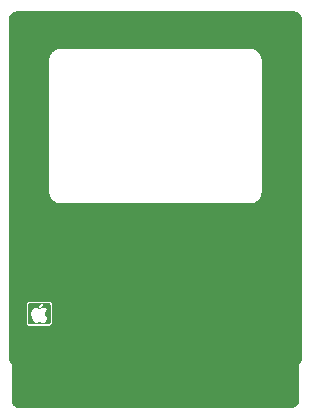
<source format=gbr>
%TF.GenerationSoftware,KiCad,Pcbnew,8.0.4*%
%TF.CreationDate,2024-10-20T23:48:37-07:00*%
%TF.ProjectId,MacSAO,4d616353-414f-42e6-9b69-6361645f7063,rev?*%
%TF.SameCoordinates,Original*%
%TF.FileFunction,Copper,L1,Top*%
%TF.FilePolarity,Positive*%
%FSLAX46Y46*%
G04 Gerber Fmt 4.6, Leading zero omitted, Abs format (unit mm)*
G04 Created by KiCad (PCBNEW 8.0.4) date 2024-10-20 23:48:37*
%MOMM*%
%LPD*%
G01*
G04 APERTURE LIST*
%TA.AperFunction,ViaPad*%
%ADD10C,0.600000*%
%TD*%
%TA.AperFunction,Conductor*%
%ADD11C,0.200000*%
%TD*%
G04 APERTURE END LIST*
D10*
%TO.N,+3.3V*%
X176624436Y-104667533D03*
X179198000Y-73588000D03*
%TD*%
D11*
%TO.N,+3.3V*%
X178886000Y-73900000D02*
X179198000Y-73588000D01*
X176623055Y-76162945D02*
X179198000Y-73588000D01*
X176624436Y-102174436D02*
X176623055Y-102173055D01*
X176624436Y-104667533D02*
X176624436Y-102174436D01*
X176025000Y-89400000D02*
X176900000Y-88525000D01*
X155900000Y-91900000D02*
X158400000Y-89400000D01*
X176900000Y-88525000D02*
X176900000Y-73900000D01*
X176900000Y-73900000D02*
X178886000Y-73900000D01*
X158400000Y-89400000D02*
X176025000Y-89400000D01*
X176623055Y-102173055D02*
X176623055Y-76162945D01*
%TD*%
%TA.AperFunction,Conductor*%
%TO.N,+3.3V*%
G36*
X158008530Y-97578368D02*
G01*
X158011898Y-97586500D01*
X158008530Y-97594632D01*
X158002649Y-97597778D01*
X157995002Y-97599304D01*
X157986322Y-97601277D01*
X157977671Y-97603478D01*
X157969115Y-97605888D01*
X157960681Y-97608489D01*
X157952242Y-97611312D01*
X157949861Y-97612282D01*
X157949421Y-97612451D01*
X157941689Y-97615233D01*
X157933680Y-97618225D01*
X157929827Y-97619737D01*
X157926044Y-97621286D01*
X157925860Y-97621362D01*
X157925425Y-97621548D01*
X157921946Y-97623042D01*
X157917532Y-97625047D01*
X157917172Y-97625258D01*
X157913343Y-97627099D01*
X157909673Y-97628935D01*
X157906058Y-97630806D01*
X157902456Y-97632728D01*
X157895256Y-97636718D01*
X157888119Y-97640817D01*
X157884603Y-97642880D01*
X157881170Y-97644952D01*
X157877716Y-97647093D01*
X157874247Y-97649299D01*
X157870893Y-97651483D01*
X157870863Y-97651502D01*
X157870843Y-97651516D01*
X157867454Y-97653773D01*
X157864088Y-97656062D01*
X157864055Y-97656084D01*
X157864046Y-97656091D01*
X157860283Y-97658700D01*
X157860250Y-97658653D01*
X157858705Y-97659671D01*
X157858619Y-97659713D01*
X157858345Y-97659856D01*
X157858156Y-97659966D01*
X157858150Y-97659970D01*
X157856442Y-97661203D01*
X157854707Y-97662492D01*
X157853092Y-97663723D01*
X157853051Y-97663755D01*
X157851380Y-97665051D01*
X157850238Y-97665952D01*
X157844779Y-97670259D01*
X157844664Y-97670349D01*
X157837435Y-97675904D01*
X157837417Y-97675919D01*
X157836271Y-97676807D01*
X157835592Y-97677334D01*
X157833788Y-97678760D01*
X157832008Y-97680209D01*
X157830449Y-97681520D01*
X157830324Y-97681620D01*
X157830325Y-97681621D01*
X157830196Y-97681727D01*
X157830119Y-97681794D01*
X157830047Y-97681862D01*
X157829968Y-97681943D01*
X157829787Y-97682141D01*
X157829779Y-97682133D01*
X157828826Y-97683087D01*
X157826805Y-97684848D01*
X157825998Y-97685553D01*
X157822763Y-97688433D01*
X157822718Y-97688474D01*
X157819534Y-97691368D01*
X157816356Y-97694318D01*
X157816314Y-97694357D01*
X157813127Y-97697375D01*
X157813082Y-97697418D01*
X157809986Y-97700412D01*
X157806903Y-97703461D01*
X157803926Y-97706472D01*
X157803861Y-97706537D01*
X157803372Y-97707022D01*
X157800428Y-97710106D01*
X157797571Y-97713190D01*
X157794810Y-97716252D01*
X157794811Y-97716253D01*
X157794775Y-97716293D01*
X157794765Y-97716305D01*
X157791993Y-97719455D01*
X157789254Y-97722636D01*
X157786539Y-97725846D01*
X157781145Y-97732355D01*
X157781140Y-97732362D01*
X157780762Y-97732813D01*
X157780411Y-97733250D01*
X157779688Y-97734198D01*
X157778964Y-97735199D01*
X157778293Y-97736156D01*
X157778294Y-97736157D01*
X157776973Y-97738056D01*
X157776868Y-97738203D01*
X157776279Y-97739022D01*
X157776121Y-97739237D01*
X157775557Y-97739984D01*
X157775372Y-97740222D01*
X157775252Y-97740371D01*
X157774987Y-97740718D01*
X157774538Y-97741335D01*
X157774171Y-97741865D01*
X157774082Y-97741996D01*
X157773642Y-97742655D01*
X157773633Y-97742667D01*
X157772806Y-97743911D01*
X157772691Y-97744082D01*
X157772388Y-97744520D01*
X157772226Y-97744747D01*
X157771848Y-97745266D01*
X157771847Y-97745267D01*
X157771627Y-97745569D01*
X157771523Y-97745710D01*
X157771432Y-97745831D01*
X157771271Y-97746040D01*
X157770898Y-97746513D01*
X157770765Y-97746679D01*
X157770326Y-97747215D01*
X157770239Y-97747320D01*
X157769770Y-97747879D01*
X157768718Y-97749135D01*
X157768214Y-97749763D01*
X157767707Y-97750431D01*
X157762070Y-97758307D01*
X157756626Y-97766285D01*
X157751367Y-97774377D01*
X157746308Y-97782567D01*
X157741404Y-97790934D01*
X157736738Y-97799344D01*
X157732263Y-97807883D01*
X157728013Y-97816497D01*
X157723952Y-97825262D01*
X157720139Y-97834063D01*
X157716526Y-97843019D01*
X157713166Y-97852003D01*
X157710031Y-97861103D01*
X157707126Y-97870323D01*
X157704486Y-97879559D01*
X157702083Y-97888916D01*
X157701993Y-97889633D01*
X157701972Y-97889630D01*
X157701788Y-97891250D01*
X157700129Y-97898427D01*
X157698331Y-97906911D01*
X157697818Y-97909554D01*
X157697492Y-97911238D01*
X157697481Y-97911296D01*
X157697479Y-97911309D01*
X157696730Y-97915449D01*
X157696722Y-97915493D01*
X157696716Y-97915530D01*
X157696402Y-97917417D01*
X157696000Y-97919840D01*
X157695365Y-97924080D01*
X157695333Y-97924513D01*
X157695320Y-97924512D01*
X157695264Y-97925369D01*
X157694784Y-97928961D01*
X157694265Y-97933289D01*
X157693785Y-97937786D01*
X157693384Y-97942047D01*
X157693018Y-97946524D01*
X157693018Y-97946531D01*
X157692713Y-97950945D01*
X157692710Y-97950991D01*
X157692709Y-97951011D01*
X157692460Y-97955369D01*
X157692265Y-97959707D01*
X157692124Y-97964127D01*
X157692045Y-97968501D01*
X157692027Y-97972877D01*
X157692027Y-97972903D01*
X157692038Y-97974212D01*
X157692065Y-97977338D01*
X157692160Y-97981660D01*
X157692254Y-97984319D01*
X157692315Y-97986076D01*
X157692405Y-97987968D01*
X157692525Y-97990485D01*
X157692789Y-97994889D01*
X157692790Y-97994890D01*
X157697444Y-97998518D01*
X157697447Y-97998518D01*
X157700348Y-97999030D01*
X157700355Y-97999007D01*
X157702006Y-97999498D01*
X157702008Y-97999498D01*
X157702020Y-97999502D01*
X157705139Y-98000193D01*
X157705158Y-98000195D01*
X157705161Y-98000196D01*
X157705624Y-98000257D01*
X157708343Y-98000620D01*
X157709989Y-98000716D01*
X157711599Y-98000811D01*
X157711605Y-98000811D01*
X157711619Y-98000812D01*
X157711628Y-98000811D01*
X157711630Y-98000812D01*
X157711771Y-98000811D01*
X157714951Y-98000798D01*
X157718326Y-98000609D01*
X157721728Y-98000271D01*
X157725143Y-97999816D01*
X157731954Y-97998668D01*
X157738543Y-97997416D01*
X157738643Y-97997398D01*
X157744954Y-97996263D01*
X157745257Y-97996212D01*
X157748044Y-97995793D01*
X157748335Y-97995754D01*
X157751193Y-97995421D01*
X157757396Y-97993834D01*
X157764892Y-97992059D01*
X157772335Y-97990025D01*
X157779722Y-97987741D01*
X157787049Y-97985217D01*
X157794313Y-97982462D01*
X157801510Y-97979485D01*
X157808636Y-97976296D01*
X157815689Y-97972903D01*
X157816664Y-97972402D01*
X157817397Y-97972025D01*
X157822664Y-97969317D01*
X157829558Y-97965547D01*
X157836367Y-97961601D01*
X157843088Y-97957490D01*
X157846407Y-97955353D01*
X157849702Y-97953232D01*
X157856272Y-97948793D01*
X157860755Y-97945620D01*
X157862686Y-97944255D01*
X157867155Y-97940950D01*
X157869182Y-97939871D01*
X157869547Y-97939573D01*
X157869548Y-97939573D01*
X157872014Y-97937560D01*
X157872274Y-97937355D01*
X157874492Y-97935669D01*
X157876822Y-97933871D01*
X157879138Y-97932054D01*
X157881442Y-97930208D01*
X157881967Y-97929799D01*
X157882486Y-97929369D01*
X157883001Y-97928922D01*
X157883514Y-97928463D01*
X157883528Y-97928449D01*
X157883564Y-97928418D01*
X157884017Y-97928002D01*
X157884528Y-97927533D01*
X157884544Y-97927527D01*
X157884540Y-97927523D01*
X157885057Y-97927050D01*
X157885501Y-97926650D01*
X157885659Y-97926511D01*
X157892784Y-97920468D01*
X157899846Y-97914177D01*
X157906758Y-97907710D01*
X157913511Y-97901070D01*
X157920100Y-97894261D01*
X157926516Y-97887284D01*
X157932753Y-97880142D01*
X157938495Y-97873211D01*
X157939141Y-97872496D01*
X157940368Y-97871252D01*
X157942903Y-97868025D01*
X157945382Y-97864789D01*
X157947813Y-97861541D01*
X157947820Y-97861530D01*
X157947851Y-97861490D01*
X157950194Y-97858287D01*
X157952526Y-97855027D01*
X157952558Y-97854982D01*
X157954887Y-97851659D01*
X157959426Y-97844994D01*
X157960346Y-97843821D01*
X157960574Y-97843566D01*
X157960681Y-97843449D01*
X157961048Y-97843058D01*
X157961062Y-97843043D01*
X157961066Y-97843047D01*
X157961072Y-97843032D01*
X157961460Y-97842620D01*
X157961862Y-97842181D01*
X157962056Y-97841959D01*
X157962243Y-97841735D01*
X157962422Y-97841507D01*
X157962593Y-97841276D01*
X157966160Y-97835539D01*
X157969615Y-97829673D01*
X157972965Y-97823693D01*
X157976219Y-97817618D01*
X157979384Y-97811464D01*
X157982469Y-97805248D01*
X157985482Y-97798988D01*
X157985481Y-97798988D01*
X157985508Y-97798934D01*
X157988084Y-97793436D01*
X157989071Y-97791728D01*
X157989228Y-97791503D01*
X157989284Y-97791417D01*
X157989289Y-97791410D01*
X157989350Y-97791311D01*
X157989407Y-97791212D01*
X157989459Y-97791113D01*
X157989704Y-97790614D01*
X157989960Y-97790111D01*
X157990491Y-97789089D01*
X157990759Y-97788571D01*
X157991023Y-97788048D01*
X157991279Y-97787519D01*
X157991523Y-97786986D01*
X157992037Y-97785662D01*
X157992304Y-97784977D01*
X157992319Y-97784982D01*
X157992335Y-97784898D01*
X157992542Y-97784378D01*
X157992573Y-97784303D01*
X157994025Y-97780916D01*
X157995460Y-97777465D01*
X157998233Y-97770506D01*
X158000880Y-97763488D01*
X158003358Y-97756570D01*
X158003559Y-97756053D01*
X158003651Y-97755837D01*
X158003924Y-97755213D01*
X158004063Y-97754884D01*
X158004197Y-97754541D01*
X158004262Y-97754362D01*
X158004324Y-97754178D01*
X158004384Y-97753989D01*
X158004387Y-97753978D01*
X158004434Y-97753831D01*
X158004512Y-97753576D01*
X158006849Y-97746590D01*
X158009130Y-97739399D01*
X158010106Y-97736157D01*
X158010236Y-97735727D01*
X158010777Y-97733848D01*
X158011262Y-97732169D01*
X158012266Y-97728525D01*
X158013225Y-97724852D01*
X158013225Y-97724850D01*
X158013411Y-97724139D01*
X158013412Y-97724139D01*
X158013687Y-97722929D01*
X158013746Y-97722749D01*
X158013751Y-97722738D01*
X158013902Y-97722131D01*
X158014037Y-97721501D01*
X158014162Y-97720855D01*
X158014280Y-97720198D01*
X158014516Y-97718875D01*
X158014636Y-97718261D01*
X158014661Y-97718142D01*
X158014785Y-97717577D01*
X158015064Y-97716253D01*
X158017978Y-97702438D01*
X158018318Y-97700414D01*
X158020545Y-97687166D01*
X158021584Y-97679502D01*
X158022056Y-97675354D01*
X158022458Y-97671823D01*
X158023161Y-97664140D01*
X158023163Y-97664120D01*
X158023697Y-97656408D01*
X158024026Y-97649369D01*
X158024057Y-97648716D01*
X158024096Y-97647111D01*
X158024243Y-97640957D01*
X158024249Y-97633224D01*
X158024073Y-97625488D01*
X158023713Y-97617754D01*
X158023167Y-97610024D01*
X158022431Y-97602301D01*
X158021503Y-97594587D01*
X158021502Y-97594590D01*
X158020695Y-97587874D01*
X158023068Y-97579398D01*
X158030739Y-97575082D01*
X158032113Y-97575000D01*
X158506593Y-97575000D01*
X158506883Y-97575004D01*
X158507334Y-97575015D01*
X158514635Y-97575199D01*
X158515177Y-97575227D01*
X158521903Y-97575737D01*
X158522414Y-97575789D01*
X158529018Y-97576629D01*
X158529566Y-97576712D01*
X158536036Y-97577868D01*
X158536540Y-97577971D01*
X158542907Y-97579440D01*
X158543441Y-97579578D01*
X158549668Y-97581346D01*
X158550158Y-97581498D01*
X158556226Y-97583551D01*
X158556750Y-97583743D01*
X158562709Y-97586094D01*
X158563217Y-97586309D01*
X158568994Y-97588920D01*
X158569481Y-97589154D01*
X158575149Y-97592056D01*
X158575617Y-97592310D01*
X158581100Y-97595463D01*
X158581557Y-97595741D01*
X158584735Y-97597778D01*
X158586889Y-97599159D01*
X158587345Y-97599467D01*
X158592495Y-97603128D01*
X158592924Y-97603449D01*
X158592957Y-97603475D01*
X158597899Y-97607358D01*
X158598324Y-97607708D01*
X158599081Y-97608364D01*
X158603102Y-97611848D01*
X158603463Y-97612176D01*
X158608094Y-97616592D01*
X158608424Y-97616922D01*
X158612803Y-97621513D01*
X158613150Y-97621895D01*
X158617309Y-97626696D01*
X158617629Y-97627084D01*
X158621551Y-97632075D01*
X158621864Y-97632493D01*
X158625527Y-97637645D01*
X158625835Y-97638102D01*
X158629247Y-97643424D01*
X158629535Y-97643898D01*
X158632305Y-97648716D01*
X158632681Y-97649369D01*
X158632947Y-97649859D01*
X158635842Y-97655511D01*
X158636086Y-97656017D01*
X158636263Y-97656408D01*
X158637756Y-97659713D01*
X158638686Y-97661769D01*
X158638905Y-97662288D01*
X158641251Y-97668238D01*
X158641446Y-97668769D01*
X158643490Y-97674808D01*
X158643660Y-97675354D01*
X158645420Y-97681552D01*
X158645563Y-97682109D01*
X158647021Y-97688431D01*
X158647136Y-97688992D01*
X158648284Y-97695417D01*
X158648371Y-97695990D01*
X158649203Y-97702535D01*
X158649262Y-97703113D01*
X158649772Y-97709817D01*
X158649801Y-97710398D01*
X158649996Y-97718100D01*
X158650000Y-97718391D01*
X158650000Y-99222867D01*
X158649996Y-99223158D01*
X158649801Y-99230862D01*
X158649772Y-99231444D01*
X158649262Y-99238146D01*
X158649203Y-99238723D01*
X158648371Y-99245268D01*
X158648284Y-99245839D01*
X158647137Y-99252264D01*
X158647021Y-99252829D01*
X158645562Y-99259151D01*
X158645420Y-99259706D01*
X158643660Y-99265904D01*
X158643490Y-99266450D01*
X158641446Y-99272489D01*
X158641251Y-99273020D01*
X158638905Y-99278970D01*
X158638686Y-99279489D01*
X158636086Y-99285241D01*
X158635842Y-99285747D01*
X158632947Y-99291399D01*
X158632681Y-99291889D01*
X158629535Y-99297360D01*
X158629247Y-99297834D01*
X158625835Y-99303156D01*
X158625527Y-99303613D01*
X158621872Y-99308754D01*
X158621541Y-99309196D01*
X158617643Y-99314156D01*
X158617294Y-99314578D01*
X158613166Y-99319345D01*
X158612795Y-99319754D01*
X158608455Y-99324305D01*
X158608069Y-99324691D01*
X158603493Y-99329054D01*
X158603086Y-99329424D01*
X158598313Y-99333558D01*
X158597890Y-99333907D01*
X158592940Y-99337797D01*
X158592498Y-99338128D01*
X158587346Y-99341791D01*
X158586889Y-99342099D01*
X158581569Y-99345510D01*
X158581095Y-99345798D01*
X158575632Y-99348940D01*
X158575140Y-99349207D01*
X158569499Y-99352095D01*
X158568994Y-99352338D01*
X158563217Y-99354949D01*
X158562699Y-99355168D01*
X158556759Y-99357510D01*
X158556227Y-99357705D01*
X158550181Y-99359751D01*
X158549659Y-99359914D01*
X158543433Y-99361682D01*
X158542890Y-99361822D01*
X158536579Y-99363278D01*
X158536016Y-99363393D01*
X158529567Y-99364545D01*
X158528996Y-99364632D01*
X158522449Y-99365465D01*
X158521868Y-99365524D01*
X158515196Y-99366030D01*
X158514619Y-99366059D01*
X158507110Y-99366250D01*
X158506882Y-99366256D01*
X158506591Y-99366260D01*
X156902182Y-99366260D01*
X156901890Y-99366256D01*
X156901680Y-99366250D01*
X156894154Y-99366059D01*
X156893576Y-99366030D01*
X156886901Y-99365523D01*
X156886322Y-99365464D01*
X156879767Y-99364631D01*
X156879195Y-99364544D01*
X156872761Y-99363395D01*
X156872202Y-99363280D01*
X156865869Y-99361819D01*
X156865328Y-99361681D01*
X156862263Y-99360809D01*
X156859137Y-99359921D01*
X156858597Y-99359753D01*
X156852519Y-99357697D01*
X156851986Y-99357501D01*
X156846084Y-99355174D01*
X156845564Y-99354955D01*
X156839787Y-99352343D01*
X156839283Y-99352100D01*
X156833624Y-99349202D01*
X156833134Y-99348936D01*
X156827658Y-99345787D01*
X156827196Y-99345506D01*
X156821881Y-99342098D01*
X156821425Y-99341790D01*
X156816274Y-99338128D01*
X156815831Y-99337797D01*
X156810852Y-99333884D01*
X156810429Y-99333534D01*
X156805683Y-99329423D01*
X156805276Y-99329053D01*
X156800726Y-99324714D01*
X156800339Y-99324328D01*
X156795968Y-99319744D01*
X156795625Y-99319367D01*
X156791462Y-99314560D01*
X156791151Y-99314184D01*
X156787206Y-99309163D01*
X156786893Y-99308744D01*
X156784066Y-99304769D01*
X156783252Y-99303624D01*
X156782947Y-99303172D01*
X156782044Y-99301764D01*
X156779515Y-99297820D01*
X156779235Y-99297359D01*
X156776086Y-99291881D01*
X156775821Y-99291394D01*
X156772924Y-99285738D01*
X156772697Y-99285267D01*
X156770080Y-99279477D01*
X156769865Y-99278968D01*
X156767519Y-99273018D01*
X156767324Y-99272487D01*
X156765267Y-99266408D01*
X156765118Y-99265930D01*
X156763349Y-99259699D01*
X156763211Y-99259162D01*
X156763208Y-99259151D01*
X156761748Y-99252822D01*
X156761634Y-99252261D01*
X156761632Y-99252252D01*
X156760488Y-99245839D01*
X156760401Y-99245270D01*
X156760318Y-99244618D01*
X156759565Y-99238695D01*
X156759511Y-99238163D01*
X156758998Y-99231422D01*
X156758970Y-99230859D01*
X156758965Y-99230670D01*
X156758777Y-99223156D01*
X156758773Y-99222868D01*
X156758773Y-98488895D01*
X157017798Y-98488895D01*
X157018132Y-98518835D01*
X157019600Y-98548730D01*
X157022170Y-98578588D01*
X157025795Y-98608294D01*
X157030451Y-98637890D01*
X157036100Y-98667349D01*
X157042698Y-98696611D01*
X157050234Y-98725748D01*
X157058643Y-98754623D01*
X157067893Y-98783236D01*
X157067901Y-98783260D01*
X157073375Y-98798686D01*
X157077980Y-98811662D01*
X157088260Y-98838284D01*
X157088831Y-98839763D01*
X157091093Y-98845187D01*
X157100180Y-98866975D01*
X157100614Y-98868209D01*
X157101548Y-98871441D01*
X157102816Y-98875383D01*
X157104220Y-98879381D01*
X157105766Y-98883454D01*
X157107406Y-98887511D01*
X157109218Y-98891743D01*
X157113092Y-98900172D01*
X157116052Y-98906137D01*
X157117372Y-98908796D01*
X157118177Y-98910323D01*
X157121983Y-98917546D01*
X157126869Y-98926394D01*
X157131384Y-98934281D01*
X157132497Y-98936963D01*
X157132566Y-98937218D01*
X157132571Y-98937233D01*
X157132686Y-98937615D01*
X157132750Y-98937805D01*
X157132819Y-98937993D01*
X157132896Y-98938179D01*
X157132904Y-98938196D01*
X157132978Y-98938359D01*
X157136523Y-98945334D01*
X157140134Y-98952186D01*
X157143875Y-98959056D01*
X157147660Y-98965815D01*
X157151785Y-98972930D01*
X157155471Y-98979287D01*
X157155486Y-98979312D01*
X157163468Y-98992625D01*
X157163602Y-98992854D01*
X157163631Y-98992905D01*
X157163694Y-98993017D01*
X157163730Y-98993082D01*
X157163890Y-98993381D01*
X157164068Y-98993726D01*
X157164203Y-98993997D01*
X157164416Y-98994438D01*
X157164478Y-98994568D01*
X157164760Y-98995171D01*
X157164756Y-98995172D01*
X157164770Y-98995191D01*
X157165076Y-98995850D01*
X157165392Y-98996510D01*
X157165719Y-98997158D01*
X157165890Y-98997474D01*
X157165940Y-98997562D01*
X157166065Y-98997783D01*
X157166323Y-98998205D01*
X157166555Y-98998567D01*
X157166816Y-98998963D01*
X157167108Y-98999396D01*
X157167814Y-99000429D01*
X157168394Y-99001370D01*
X157169428Y-99003247D01*
X157170029Y-99004326D01*
X157170642Y-99005401D01*
X157170720Y-99005537D01*
X157171737Y-99006913D01*
X157172981Y-99009091D01*
X157172999Y-99009084D01*
X157173038Y-99009173D01*
X157173041Y-99009178D01*
X157173172Y-99009471D01*
X157173241Y-99009619D01*
X157173314Y-99009767D01*
X157179204Y-99019878D01*
X157179212Y-99019892D01*
X157182133Y-99024873D01*
X157182162Y-99024921D01*
X157183666Y-99027430D01*
X157185196Y-99029928D01*
X157193467Y-99043371D01*
X157193468Y-99043370D01*
X157196046Y-99044786D01*
X157199991Y-99048356D01*
X157207561Y-99059373D01*
X157213149Y-99067405D01*
X157218780Y-99075404D01*
X157219120Y-99075843D01*
X157219397Y-99076184D01*
X157219764Y-99076618D01*
X157220069Y-99076972D01*
X157220070Y-99076972D01*
X157220692Y-99077689D01*
X157220750Y-99077757D01*
X157221019Y-99078072D01*
X157221474Y-99078640D01*
X157221477Y-99078644D01*
X157221602Y-99078814D01*
X157233411Y-99095178D01*
X157239525Y-99103461D01*
X157244995Y-99110723D01*
X157245759Y-99111737D01*
X157251954Y-99119768D01*
X157251996Y-99119821D01*
X157252003Y-99119830D01*
X157258389Y-99127879D01*
X157264885Y-99135815D01*
X157264908Y-99135843D01*
X157271489Y-99143601D01*
X157271511Y-99143625D01*
X157273369Y-99145530D01*
X157273756Y-99145947D01*
X157276873Y-99149477D01*
X157278628Y-99151421D01*
X157280176Y-99153136D01*
X157283630Y-99156881D01*
X157287014Y-99160479D01*
X157290447Y-99164062D01*
X157293894Y-99167598D01*
X157300928Y-99174644D01*
X157301003Y-99174720D01*
X157302589Y-99176339D01*
X157304812Y-99178607D01*
X157306745Y-99180536D01*
X157307722Y-99181485D01*
X157308709Y-99182424D01*
X157309621Y-99183273D01*
X157311560Y-99185079D01*
X157311601Y-99185116D01*
X157314513Y-99187777D01*
X157317447Y-99190406D01*
X157320403Y-99193003D01*
X157321009Y-99193525D01*
X157323397Y-99195583D01*
X157326426Y-99198137D01*
X157329372Y-99200572D01*
X157329419Y-99200610D01*
X157332478Y-99203085D01*
X157333497Y-99203873D01*
X157334523Y-99204652D01*
X157334531Y-99204658D01*
X157336575Y-99206180D01*
X157336576Y-99206180D01*
X157338671Y-99207728D01*
X157338722Y-99207766D01*
X157340749Y-99209281D01*
X157340786Y-99209309D01*
X157341180Y-99209606D01*
X157341344Y-99209732D01*
X157341707Y-99210016D01*
X157341900Y-99210170D01*
X157342733Y-99210851D01*
X157342917Y-99211004D01*
X157344854Y-99212656D01*
X157344860Y-99212662D01*
X157345849Y-99213507D01*
X157346904Y-99214385D01*
X157347939Y-99215205D01*
X157348450Y-99215592D01*
X157348469Y-99215605D01*
X157348472Y-99215608D01*
X157349015Y-99216001D01*
X157349022Y-99216005D01*
X157349028Y-99216010D01*
X157349066Y-99216035D01*
X157349075Y-99216041D01*
X157349137Y-99216077D01*
X157349201Y-99216110D01*
X157349208Y-99216113D01*
X157349404Y-99216215D01*
X157349393Y-99216234D01*
X157350724Y-99216996D01*
X157352113Y-99217955D01*
X157354211Y-99219353D01*
X157354241Y-99219373D01*
X157356328Y-99220722D01*
X157358431Y-99222051D01*
X157358482Y-99222083D01*
X157362800Y-99224749D01*
X157362825Y-99224764D01*
X157362824Y-99224764D01*
X157365924Y-99226657D01*
X157367176Y-99227541D01*
X157367627Y-99227907D01*
X157368523Y-99228484D01*
X157369423Y-99229028D01*
X157370325Y-99229548D01*
X157371231Y-99230051D01*
X157373017Y-99231017D01*
X157373039Y-99231044D01*
X157373046Y-99231033D01*
X157373955Y-99231528D01*
X157373941Y-99231552D01*
X157374048Y-99231580D01*
X157374679Y-99231931D01*
X157375042Y-99232144D01*
X157377453Y-99233629D01*
X157379996Y-99235217D01*
X157381270Y-99235997D01*
X157382556Y-99236762D01*
X157383862Y-99237506D01*
X157385197Y-99238226D01*
X157385198Y-99238226D01*
X157385381Y-99238325D01*
X157387417Y-99239095D01*
X157390374Y-99240619D01*
X157390375Y-99240619D01*
X157390427Y-99240646D01*
X157395175Y-99243030D01*
X157397570Y-99244194D01*
X157399981Y-99245333D01*
X157402407Y-99246440D01*
X157404851Y-99247511D01*
X157404853Y-99247511D01*
X157404856Y-99247513D01*
X157407139Y-99248322D01*
X157409444Y-99249065D01*
X157410867Y-99249480D01*
X157411758Y-99249740D01*
X157414080Y-99250352D01*
X157416412Y-99250905D01*
X157418752Y-99251404D01*
X157423459Y-99252252D01*
X157428198Y-99252927D01*
X157432965Y-99253461D01*
X157437758Y-99253886D01*
X157442052Y-99254194D01*
X157443864Y-99254472D01*
X157444133Y-99254536D01*
X157444183Y-99254547D01*
X157444195Y-99254550D01*
X157444486Y-99254615D01*
X157444491Y-99254616D01*
X157444518Y-99254622D01*
X157444710Y-99254660D01*
X157444735Y-99254664D01*
X157444743Y-99254666D01*
X157444776Y-99254671D01*
X157444902Y-99254694D01*
X157445095Y-99254722D01*
X157445288Y-99254744D01*
X157445481Y-99254758D01*
X157445531Y-99254759D01*
X157445806Y-99254768D01*
X157452383Y-99255109D01*
X157455760Y-99255240D01*
X157457441Y-99255279D01*
X157459111Y-99255293D01*
X157465323Y-99255317D01*
X157471542Y-99255190D01*
X157471556Y-99255189D01*
X157471574Y-99255189D01*
X157474780Y-99255044D01*
X157477764Y-99254911D01*
X157483982Y-99254478D01*
X157490192Y-99253888D01*
X157490222Y-99253884D01*
X157490226Y-99253884D01*
X157496365Y-99253144D01*
X157496373Y-99253142D01*
X157496388Y-99253141D01*
X157502566Y-99252234D01*
X157508360Y-99251227D01*
X157509109Y-99251124D01*
X157509327Y-99251101D01*
X157509390Y-99251095D01*
X157509934Y-99251045D01*
X157510001Y-99251066D01*
X157509999Y-99251040D01*
X157510452Y-99251000D01*
X157511307Y-99250927D01*
X157511958Y-99250868D01*
X157512607Y-99250802D01*
X157513252Y-99250725D01*
X157513890Y-99250635D01*
X157514731Y-99250425D01*
X157515571Y-99250194D01*
X157516410Y-99249943D01*
X157517249Y-99249677D01*
X157518926Y-99249111D01*
X157520078Y-99248706D01*
X157521157Y-99248388D01*
X157526814Y-99247020D01*
X157532973Y-99245410D01*
X157539081Y-99243683D01*
X157539096Y-99243678D01*
X157539108Y-99243675D01*
X157541811Y-99242847D01*
X157545131Y-99241831D01*
X157551120Y-99239847D01*
X157557042Y-99237722D01*
X157562892Y-99235448D01*
X157568665Y-99233019D01*
X157571761Y-99231441D01*
X157573312Y-99230670D01*
X157574510Y-99230093D01*
X157575244Y-99229773D01*
X157617557Y-99213202D01*
X157628252Y-99209189D01*
X157638940Y-99205365D01*
X157639046Y-99205328D01*
X157648192Y-99202266D01*
X157649667Y-99201772D01*
X157649907Y-99201694D01*
X157660262Y-99198514D01*
X157661056Y-99198303D01*
X157671935Y-99195837D01*
X157672239Y-99195771D01*
X157683514Y-99193549D01*
X157683766Y-99193503D01*
X157695134Y-99191599D01*
X157695342Y-99191567D01*
X157706743Y-99189995D01*
X157707011Y-99189962D01*
X157718376Y-99188732D01*
X157718688Y-99188702D01*
X157730130Y-99187803D01*
X157730366Y-99187788D01*
X157741834Y-99187233D01*
X157742117Y-99187224D01*
X157753206Y-99187025D01*
X157754114Y-99187045D01*
X157754701Y-99187083D01*
X157755657Y-99187134D01*
X157755767Y-99187140D01*
X157757794Y-99187235D01*
X157757793Y-99187235D01*
X157757841Y-99187236D01*
X157758818Y-99187287D01*
X157758828Y-99187288D01*
X157759034Y-99187301D01*
X157759759Y-99187348D01*
X157759962Y-99187363D01*
X157760778Y-99187430D01*
X157761016Y-99187451D01*
X157761937Y-99187547D01*
X157762249Y-99187523D01*
X157762461Y-99187510D01*
X157762648Y-99187501D01*
X157762927Y-99187491D01*
X157763470Y-99187481D01*
X157763805Y-99187480D01*
X157764378Y-99187486D01*
X157764500Y-99187488D01*
X157765284Y-99187511D01*
X157765292Y-99187515D01*
X157765293Y-99187512D01*
X157765344Y-99187513D01*
X157766971Y-99187563D01*
X157767812Y-99187569D01*
X157768214Y-99187558D01*
X157769095Y-99187570D01*
X157777969Y-99188047D01*
X157778056Y-99188053D01*
X157787307Y-99188761D01*
X157787434Y-99188772D01*
X157796679Y-99189699D01*
X157796850Y-99189719D01*
X157806002Y-99190858D01*
X157806270Y-99190896D01*
X157815300Y-99192248D01*
X157815586Y-99192294D01*
X157824578Y-99193875D01*
X157824817Y-99193920D01*
X157833804Y-99195746D01*
X157834099Y-99195811D01*
X157835181Y-99196061D01*
X157842642Y-99197790D01*
X157843477Y-99198018D01*
X157852847Y-99200974D01*
X157852962Y-99201012D01*
X157862671Y-99204325D01*
X157862777Y-99204362D01*
X157872512Y-99207888D01*
X157882218Y-99211559D01*
X157882309Y-99211594D01*
X157893696Y-99216066D01*
X157910756Y-99222766D01*
X157920733Y-99226684D01*
X157921444Y-99226991D01*
X157925175Y-99228755D01*
X157926939Y-99229545D01*
X157929252Y-99230581D01*
X157933382Y-99232332D01*
X157937545Y-99234001D01*
X157945960Y-99237087D01*
X157949487Y-99238226D01*
X157954477Y-99239838D01*
X157957261Y-99240619D01*
X157963094Y-99242256D01*
X157971781Y-99244337D01*
X157980525Y-99246083D01*
X157989266Y-99247484D01*
X157989347Y-99247498D01*
X157993918Y-99248321D01*
X157995753Y-99248610D01*
X157998537Y-99249050D01*
X157998998Y-99249112D01*
X158003172Y-99249674D01*
X158007820Y-99250187D01*
X158012482Y-99250585D01*
X158017159Y-99250862D01*
X158021851Y-99251013D01*
X158026280Y-99251032D01*
X158026545Y-99251034D01*
X158026546Y-99251033D01*
X158026558Y-99251034D01*
X158031279Y-99250919D01*
X158036015Y-99250664D01*
X158040767Y-99250264D01*
X158045534Y-99249713D01*
X158050317Y-99249006D01*
X158050327Y-99249004D01*
X158050335Y-99249003D01*
X158051951Y-99248711D01*
X158055115Y-99248140D01*
X158059929Y-99247107D01*
X158060291Y-99247017D01*
X158064664Y-99245929D01*
X158064856Y-99245883D01*
X158067878Y-99245185D01*
X158070337Y-99244618D01*
X158075879Y-99243170D01*
X158081381Y-99241559D01*
X158086838Y-99239786D01*
X158092248Y-99237849D01*
X158097605Y-99235749D01*
X158102905Y-99233483D01*
X158108146Y-99231053D01*
X158113323Y-99228457D01*
X158118432Y-99225695D01*
X158123470Y-99222766D01*
X158128431Y-99219669D01*
X158133313Y-99216405D01*
X158138112Y-99212972D01*
X158142823Y-99209370D01*
X158147442Y-99205599D01*
X158148367Y-99204792D01*
X158149277Y-99203963D01*
X158150177Y-99203120D01*
X158151072Y-99202266D01*
X158151628Y-99201733D01*
X158152862Y-99200552D01*
X158152903Y-99200511D01*
X158153762Y-99199706D01*
X158154434Y-99199092D01*
X158154926Y-99198670D01*
X158161347Y-99193492D01*
X158167879Y-99187937D01*
X158174276Y-99182217D01*
X158180545Y-99176339D01*
X158186690Y-99170312D01*
X158192717Y-99164145D01*
X158198631Y-99157845D01*
X158204438Y-99151421D01*
X158210144Y-99144881D01*
X158215753Y-99138234D01*
X158226705Y-99124650D01*
X158237337Y-99110735D01*
X158247693Y-99096555D01*
X158253797Y-99088462D01*
X158259831Y-99080295D01*
X158265787Y-99072058D01*
X158271659Y-99063752D01*
X158277443Y-99055381D01*
X158283132Y-99046946D01*
X158288720Y-99038449D01*
X158293481Y-99031017D01*
X158295166Y-99028960D01*
X158296156Y-99028004D01*
X158298063Y-99026038D01*
X158299924Y-99023999D01*
X158301740Y-99021889D01*
X158303513Y-99019712D01*
X158305244Y-99017470D01*
X158306935Y-99015167D01*
X158308587Y-99012806D01*
X158310201Y-99010389D01*
X158311778Y-99007919D01*
X158313321Y-99005401D01*
X158314830Y-99002835D01*
X158316307Y-99000227D01*
X158317752Y-98997578D01*
X158320419Y-98992435D01*
X158320718Y-98991898D01*
X158324152Y-98986113D01*
X158327635Y-98979882D01*
X158331000Y-98973498D01*
X158334242Y-98966981D01*
X158337357Y-98960350D01*
X158340338Y-98953626D01*
X158343180Y-98946828D01*
X158345163Y-98941794D01*
X158346074Y-98940171D01*
X158346022Y-98940142D01*
X158349081Y-98934659D01*
X158351789Y-98929684D01*
X158354028Y-98925434D01*
X158356879Y-98920027D01*
X158361809Y-98910323D01*
X158366562Y-98900690D01*
X158366841Y-98900098D01*
X158367104Y-98899512D01*
X158367421Y-98898773D01*
X158367608Y-98898341D01*
X158367779Y-98897939D01*
X158368058Y-98897287D01*
X158369261Y-98895144D01*
X158370801Y-98892985D01*
X158372876Y-98889955D01*
X158374851Y-98886947D01*
X158376726Y-98883962D01*
X158378500Y-98880999D01*
X158380174Y-98878059D01*
X158381747Y-98875143D01*
X158383220Y-98872251D01*
X158384591Y-98869383D01*
X158385862Y-98866541D01*
X158387032Y-98863724D01*
X158388101Y-98860934D01*
X158389068Y-98858170D01*
X158389934Y-98855433D01*
X158390699Y-98852723D01*
X158391016Y-98851442D01*
X158392046Y-98848766D01*
X158392671Y-98847600D01*
X158392677Y-98847588D01*
X158393855Y-98845187D01*
X158394899Y-98842838D01*
X158395811Y-98840539D01*
X158396595Y-98838290D01*
X158397253Y-98836088D01*
X158397788Y-98833933D01*
X158397790Y-98833919D01*
X158397794Y-98833906D01*
X158398204Y-98831824D01*
X158398501Y-98829773D01*
X158398503Y-98829760D01*
X158398687Y-98827739D01*
X158398761Y-98825760D01*
X158398727Y-98823821D01*
X158398587Y-98821923D01*
X158398345Y-98820063D01*
X158398043Y-98818453D01*
X158398095Y-98813946D01*
X158398439Y-98812329D01*
X158399261Y-98808204D01*
X158399265Y-98808185D01*
X158400004Y-98804109D01*
X158400004Y-98804104D01*
X158400011Y-98804070D01*
X158400351Y-98801996D01*
X158400352Y-98801983D01*
X158400362Y-98801928D01*
X158400666Y-98799917D01*
X158400665Y-98799916D01*
X158398542Y-98798752D01*
X158398483Y-98798719D01*
X158396489Y-98797595D01*
X158396377Y-98797531D01*
X158392123Y-98795068D01*
X158392062Y-98795033D01*
X158387872Y-98792572D01*
X158387844Y-98792555D01*
X158384994Y-98790903D01*
X158382734Y-98789188D01*
X158381921Y-98788395D01*
X158381047Y-98787593D01*
X158380084Y-98786764D01*
X158379134Y-98785994D01*
X158378103Y-98785204D01*
X158377073Y-98784458D01*
X158375978Y-98783707D01*
X158374896Y-98783002D01*
X158373712Y-98782269D01*
X158372511Y-98781560D01*
X158371317Y-98780888D01*
X158370029Y-98780194D01*
X158368750Y-98779535D01*
X158368111Y-98779219D01*
X158367407Y-98778872D01*
X158367381Y-98778859D01*
X158367329Y-98778834D01*
X158367337Y-98778817D01*
X158364863Y-98777204D01*
X158364085Y-98776532D01*
X158362060Y-98774865D01*
X158359966Y-98773222D01*
X158359405Y-98772801D01*
X158357813Y-98771605D01*
X158355569Y-98769996D01*
X158353307Y-98768440D01*
X158353294Y-98768431D01*
X158352486Y-98767898D01*
X158350924Y-98766866D01*
X158348535Y-98765352D01*
X158346085Y-98763859D01*
X158343531Y-98762359D01*
X158338324Y-98759464D01*
X158332907Y-98756659D01*
X158328321Y-98754438D01*
X158326364Y-98753235D01*
X158315657Y-98745077D01*
X158315461Y-98744924D01*
X158309851Y-98740428D01*
X158309763Y-98740356D01*
X158304196Y-98735730D01*
X158304098Y-98735647D01*
X158298633Y-98730929D01*
X158298520Y-98730830D01*
X158293203Y-98726057D01*
X158293028Y-98725896D01*
X158287805Y-98721009D01*
X158287628Y-98720840D01*
X158282563Y-98715894D01*
X158282419Y-98715751D01*
X158277369Y-98710593D01*
X158277290Y-98710510D01*
X158274237Y-98707242D01*
X158272393Y-98705268D01*
X158272206Y-98705063D01*
X158267501Y-98699774D01*
X158267346Y-98699596D01*
X158264840Y-98696633D01*
X158262733Y-98694141D01*
X158262599Y-98693978D01*
X158258100Y-98688367D01*
X158258007Y-98688248D01*
X158253691Y-98682557D01*
X158253503Y-98682302D01*
X158249366Y-98676521D01*
X158249177Y-98676249D01*
X158245272Y-98670446D01*
X158244968Y-98669967D01*
X158232962Y-98649934D01*
X158232604Y-98649290D01*
X158221923Y-98628565D01*
X158221613Y-98627915D01*
X158212205Y-98606461D01*
X158211942Y-98605808D01*
X158203858Y-98583796D01*
X158203639Y-98583137D01*
X158196870Y-98560587D01*
X158196698Y-98559947D01*
X158191276Y-98536988D01*
X158191142Y-98536333D01*
X158188093Y-98518839D01*
X158187086Y-98513064D01*
X158186998Y-98512446D01*
X158184327Y-98488960D01*
X158184273Y-98488315D01*
X158183006Y-98464756D01*
X158182990Y-98464069D01*
X158183023Y-98458877D01*
X158183140Y-98440473D01*
X158183165Y-98439824D01*
X158184750Y-98416303D01*
X158184815Y-98415652D01*
X158187852Y-98392312D01*
X158187960Y-98391647D01*
X158192462Y-98368595D01*
X158192616Y-98367921D01*
X158198593Y-98345262D01*
X158198813Y-98344532D01*
X158201639Y-98336138D01*
X158206276Y-98322365D01*
X158206533Y-98321680D01*
X158215661Y-98299696D01*
X158219453Y-98290988D01*
X158219628Y-98290604D01*
X158223649Y-98282269D01*
X158223822Y-98281926D01*
X158228135Y-98273782D01*
X158228328Y-98273437D01*
X158232879Y-98265542D01*
X158233083Y-98265202D01*
X158237914Y-98257452D01*
X158238116Y-98257138D01*
X158243214Y-98249522D01*
X158243349Y-98249328D01*
X158248731Y-98241799D01*
X158248836Y-98241657D01*
X158254425Y-98234296D01*
X158254548Y-98234138D01*
X158260361Y-98226893D01*
X158260458Y-98226775D01*
X158266471Y-98219654D01*
X158266550Y-98219564D01*
X158272739Y-98212566D01*
X158272819Y-98212478D01*
X158279092Y-98205674D01*
X158279288Y-98205469D01*
X158283807Y-98200831D01*
X158292354Y-98192059D01*
X158292516Y-98191897D01*
X158305284Y-98179558D01*
X158306439Y-98178595D01*
X158306435Y-98178590D01*
X158306562Y-98178492D01*
X158306569Y-98178487D01*
X158306721Y-98178378D01*
X158306726Y-98178386D01*
X158308343Y-98177367D01*
X158309155Y-98176954D01*
X158309224Y-98176949D01*
X158309213Y-98176926D01*
X158310725Y-98176168D01*
X158310774Y-98176143D01*
X158310814Y-98176123D01*
X158312206Y-98175434D01*
X158314379Y-98174624D01*
X158314388Y-98174619D01*
X158314389Y-98174619D01*
X158315836Y-98173812D01*
X158317281Y-98172975D01*
X158318722Y-98172110D01*
X158320154Y-98171218D01*
X158321577Y-98170299D01*
X158322986Y-98169356D01*
X158324381Y-98168388D01*
X158325757Y-98167398D01*
X158327856Y-98165812D01*
X158329926Y-98164159D01*
X158331965Y-98162439D01*
X158333973Y-98160652D01*
X158335952Y-98158797D01*
X158337900Y-98156874D01*
X158339818Y-98154882D01*
X158341705Y-98152821D01*
X158343563Y-98150691D01*
X158345391Y-98148491D01*
X158347188Y-98146222D01*
X158348956Y-98143882D01*
X158350694Y-98141471D01*
X158352402Y-98138989D01*
X158354080Y-98136435D01*
X158354092Y-98136416D01*
X158355729Y-98133811D01*
X158355728Y-98133809D01*
X158354361Y-98131799D01*
X158353870Y-98131100D01*
X158352968Y-98129816D01*
X158351567Y-98127875D01*
X158351562Y-98127869D01*
X158351533Y-98127828D01*
X158350192Y-98126007D01*
X158347649Y-98122631D01*
X158347285Y-98122148D01*
X158345533Y-98119847D01*
X158343919Y-98116925D01*
X158343384Y-98115500D01*
X158343380Y-98115491D01*
X158343376Y-98115480D01*
X158342768Y-98114071D01*
X158342080Y-98112665D01*
X158342031Y-98112576D01*
X158341319Y-98111282D01*
X158341318Y-98111280D01*
X158340456Y-98109875D01*
X158340153Y-98109430D01*
X158339512Y-98108486D01*
X158339484Y-98108449D01*
X158338484Y-98107113D01*
X158337360Y-98105744D01*
X158336151Y-98104398D01*
X158336019Y-98104263D01*
X158334836Y-98103053D01*
X158334498Y-98102734D01*
X158333427Y-98101725D01*
X158331937Y-98100431D01*
X158330313Y-98099128D01*
X158328597Y-98097852D01*
X158327983Y-98097430D01*
X158325832Y-98095511D01*
X158325760Y-98095428D01*
X158324734Y-98094262D01*
X158323701Y-98093106D01*
X158323699Y-98093104D01*
X158323659Y-98093059D01*
X158323659Y-98093058D01*
X158322690Y-98091997D01*
X158319117Y-98088157D01*
X158315521Y-98084346D01*
X158314970Y-98083774D01*
X158313723Y-98082480D01*
X158311903Y-98080628D01*
X158310059Y-98078794D01*
X158310028Y-98078763D01*
X158308190Y-98076985D01*
X158305284Y-98074261D01*
X158302323Y-98071591D01*
X158302322Y-98071590D01*
X158299314Y-98068966D01*
X158296267Y-98066381D01*
X158296246Y-98066363D01*
X158293230Y-98063860D01*
X158290130Y-98061331D01*
X158283942Y-98056356D01*
X158283558Y-98056054D01*
X158279331Y-98052728D01*
X158274703Y-98049196D01*
X158270020Y-98045738D01*
X158267661Y-98044042D01*
X158267621Y-98044013D01*
X158266077Y-98042924D01*
X158264585Y-98041668D01*
X158264497Y-98041580D01*
X158264365Y-98041448D01*
X158264233Y-98041315D01*
X158264232Y-98041314D01*
X158264229Y-98041311D01*
X158263925Y-98041079D01*
X158263401Y-98040738D01*
X158263258Y-98040631D01*
X158263081Y-98040505D01*
X158263070Y-98040497D01*
X158262971Y-98040430D01*
X158262965Y-98040426D01*
X158262791Y-98040308D01*
X158262794Y-98040302D01*
X158262127Y-98039837D01*
X158260440Y-98038538D01*
X158258274Y-98037471D01*
X158255265Y-98035472D01*
X158250353Y-98032322D01*
X158245387Y-98029240D01*
X158240452Y-98026266D01*
X158237364Y-98024442D01*
X158237372Y-98024426D01*
X158237307Y-98024408D01*
X158234278Y-98022596D01*
X158231174Y-98020769D01*
X158229612Y-98019878D01*
X158229605Y-98019874D01*
X158229575Y-98019857D01*
X158228050Y-98019014D01*
X158223177Y-98016415D01*
X158220274Y-98014928D01*
X158218276Y-98013904D01*
X158213364Y-98011485D01*
X158210566Y-98010159D01*
X158208406Y-98009135D01*
X158203477Y-98006885D01*
X158203451Y-98006873D01*
X158198436Y-98004666D01*
X158198417Y-98004658D01*
X158198399Y-98004650D01*
X158193406Y-98002528D01*
X158188440Y-98000487D01*
X158188046Y-98000316D01*
X158183602Y-97998293D01*
X158182797Y-97998118D01*
X158181526Y-97997764D01*
X158176373Y-97996006D01*
X158175292Y-97995447D01*
X158172563Y-97994564D01*
X158172571Y-97994538D01*
X158171829Y-97994405D01*
X158168091Y-97993019D01*
X158168064Y-97993009D01*
X158168064Y-97993008D01*
X158165279Y-97991991D01*
X158165244Y-97991978D01*
X158165212Y-97991967D01*
X158163792Y-97991468D01*
X158163665Y-97991425D01*
X158162430Y-97991006D01*
X158161311Y-97990559D01*
X158161144Y-97990482D01*
X158160968Y-97990402D01*
X158160784Y-97990318D01*
X158160461Y-97990177D01*
X158160297Y-97990111D01*
X158160132Y-97990048D01*
X158159966Y-97989991D01*
X158159871Y-97989961D01*
X158159718Y-97989911D01*
X158158797Y-97989606D01*
X158153866Y-97987968D01*
X158147968Y-97986087D01*
X158145048Y-97985200D01*
X158141995Y-97984311D01*
X158139029Y-97983492D01*
X158136075Y-97982725D01*
X158136029Y-97982713D01*
X158136025Y-97982712D01*
X158136017Y-97982710D01*
X158131977Y-97981777D01*
X158128874Y-97981107D01*
X158127782Y-97980871D01*
X158127758Y-97980865D01*
X158123679Y-97980001D01*
X158123614Y-97979987D01*
X158119502Y-97979090D01*
X158119198Y-97979032D01*
X158119173Y-97979027D01*
X158119165Y-97979026D01*
X158118839Y-97978968D01*
X158118810Y-97978962D01*
X158118253Y-97978866D01*
X158118095Y-97978837D01*
X158117942Y-97978808D01*
X158117761Y-97978772D01*
X158117737Y-97978767D01*
X158116995Y-97978587D01*
X158116895Y-97978559D01*
X158116893Y-97978558D01*
X158116523Y-97978483D01*
X158116380Y-97978454D01*
X158116223Y-97978421D01*
X158115101Y-97978098D01*
X158114835Y-97978032D01*
X158107579Y-97977038D01*
X158106599Y-97976860D01*
X158102460Y-97975921D01*
X158102418Y-97975913D01*
X158095972Y-97974896D01*
X158094363Y-97974642D01*
X158093515Y-97974524D01*
X158086284Y-97973523D01*
X158078099Y-97972552D01*
X158070012Y-97971755D01*
X158061817Y-97971113D01*
X158053637Y-97970643D01*
X158046409Y-97970381D01*
X158045849Y-97970125D01*
X158037433Y-97970178D01*
X158037434Y-97970178D01*
X158033466Y-97970203D01*
X158029518Y-97970299D01*
X158029497Y-97970299D01*
X158029490Y-97970300D01*
X158025570Y-97970455D01*
X158021667Y-97970660D01*
X158013761Y-97971182D01*
X158006348Y-97971732D01*
X158005365Y-97971763D01*
X158005168Y-97971760D01*
X158004955Y-97971762D01*
X158004894Y-97971764D01*
X157999596Y-97972025D01*
X157994348Y-97972402D01*
X157989030Y-97972900D01*
X157983779Y-97973502D01*
X157978529Y-97974212D01*
X157973290Y-97975025D01*
X157968177Y-97975921D01*
X157964109Y-97976714D01*
X157962667Y-97976852D01*
X157961812Y-97977211D01*
X157959201Y-97977956D01*
X157959108Y-97977971D01*
X157959047Y-97977981D01*
X157956312Y-97978407D01*
X157954834Y-97978648D01*
X157953434Y-97978904D01*
X157951995Y-97979211D01*
X157951284Y-97979385D01*
X157950748Y-97979528D01*
X157950406Y-97979614D01*
X157949758Y-97979764D01*
X157948019Y-97980169D01*
X157947312Y-97980338D01*
X157945396Y-97980799D01*
X157944348Y-97981065D01*
X157944127Y-97981122D01*
X157942832Y-97981466D01*
X157942815Y-97981470D01*
X157942784Y-97981479D01*
X157941773Y-97981764D01*
X157941542Y-97981829D01*
X157940507Y-97982139D01*
X157940342Y-97982189D01*
X157940238Y-97982219D01*
X157940223Y-97982224D01*
X157940189Y-97982237D01*
X157940134Y-97982259D01*
X157939937Y-97982349D01*
X157938058Y-97983008D01*
X157937687Y-97983102D01*
X157937556Y-97983140D01*
X157937449Y-97983173D01*
X157937428Y-97983180D01*
X157937425Y-97983181D01*
X157937297Y-97983224D01*
X157937169Y-97983270D01*
X157935733Y-97983804D01*
X157931897Y-97985231D01*
X157931057Y-97985507D01*
X157928567Y-97986220D01*
X157925537Y-97987126D01*
X157922473Y-97988081D01*
X157919697Y-97988978D01*
X157919530Y-97989031D01*
X157917143Y-97989761D01*
X157914858Y-97990460D01*
X157910029Y-97992000D01*
X157910012Y-97992005D01*
X157909970Y-97992019D01*
X157905253Y-97993578D01*
X157905205Y-97993595D01*
X157900620Y-97995157D01*
X157900472Y-97995208D01*
X157882068Y-98001842D01*
X157882067Y-98001841D01*
X157872941Y-98005200D01*
X157872942Y-98005201D01*
X157872904Y-98005215D01*
X157872038Y-98005541D01*
X157863781Y-98008647D01*
X157863729Y-98008666D01*
X157842396Y-98016573D01*
X157842289Y-98016612D01*
X157840389Y-98017292D01*
X157831568Y-98020446D01*
X157831447Y-98020488D01*
X157820814Y-98024157D01*
X157820661Y-98024209D01*
X157819954Y-98024442D01*
X157809967Y-98027730D01*
X157809800Y-98027784D01*
X157799153Y-98031089D01*
X157798931Y-98031155D01*
X157788379Y-98034199D01*
X157788141Y-98034265D01*
X157783709Y-98035431D01*
X157778692Y-98036751D01*
X157777063Y-98037056D01*
X157776960Y-98037067D01*
X157773403Y-98037875D01*
X157772002Y-98038103D01*
X157771786Y-98038124D01*
X157764943Y-98039486D01*
X157764686Y-98039534D01*
X157758057Y-98040697D01*
X157757770Y-98040744D01*
X157751078Y-98041744D01*
X157750764Y-98041786D01*
X157744099Y-98042595D01*
X157743762Y-98042631D01*
X157737068Y-98043244D01*
X157736734Y-98043269D01*
X157730002Y-98043672D01*
X157729633Y-98043688D01*
X157722876Y-98043867D01*
X157722477Y-98043871D01*
X157715707Y-98043815D01*
X157715451Y-98043813D01*
X157715450Y-98043813D01*
X157715449Y-98043813D01*
X157714829Y-98043930D01*
X157714585Y-98043972D01*
X157714102Y-98044052D01*
X157713780Y-98044100D01*
X157712631Y-98044254D01*
X157712263Y-98044297D01*
X157711099Y-98044415D01*
X157710810Y-98044441D01*
X157710282Y-98044481D01*
X157709557Y-98044535D01*
X157709338Y-98044550D01*
X157704320Y-98044828D01*
X157702806Y-98044812D01*
X157702326Y-98044775D01*
X157697117Y-98044376D01*
X157696718Y-98044339D01*
X157690430Y-98043636D01*
X157690017Y-98043582D01*
X157683746Y-98042650D01*
X157683319Y-98042578D01*
X157677075Y-98041408D01*
X157676649Y-98041320D01*
X157674114Y-98040744D01*
X157670333Y-98039884D01*
X157669897Y-98039775D01*
X157663621Y-98038087D01*
X157663186Y-98037961D01*
X157656767Y-98035960D01*
X157656436Y-98035851D01*
X157653334Y-98034780D01*
X157653129Y-98034707D01*
X157650325Y-98033679D01*
X157649347Y-98033268D01*
X157646355Y-98031845D01*
X157643643Y-98030554D01*
X157637415Y-98027736D01*
X157632876Y-98025771D01*
X157631130Y-98025015D01*
X157628824Y-98024054D01*
X157624772Y-98022364D01*
X157612074Y-98017291D01*
X157612074Y-98017292D01*
X157612015Y-98017269D01*
X157599367Y-98012376D01*
X157598983Y-98012219D01*
X157597147Y-98011429D01*
X157595121Y-98010603D01*
X157593050Y-98009795D01*
X157592112Y-98009444D01*
X157590946Y-98009008D01*
X157589931Y-98008646D01*
X157586787Y-98007524D01*
X157583046Y-98006247D01*
X157582238Y-98005936D01*
X157581315Y-98005541D01*
X157579933Y-98004984D01*
X157578855Y-98004572D01*
X157578589Y-98004471D01*
X157577228Y-98003968D01*
X157577181Y-98003951D01*
X157577181Y-98003950D01*
X157574547Y-98003001D01*
X157574473Y-98002974D01*
X157571790Y-98001985D01*
X157570786Y-98001807D01*
X157570812Y-98001660D01*
X157568710Y-98001289D01*
X157562103Y-97998880D01*
X157555070Y-97996494D01*
X157555044Y-97996486D01*
X157555021Y-97996478D01*
X157547895Y-97994235D01*
X157546516Y-97993834D01*
X157540763Y-97992160D01*
X157533539Y-97990231D01*
X157532339Y-97989938D01*
X157526322Y-97988469D01*
X157520273Y-97987129D01*
X157519059Y-97986860D01*
X157511811Y-97985415D01*
X157504486Y-97984114D01*
X157497161Y-97982970D01*
X157482476Y-97981137D01*
X157467708Y-97979893D01*
X157452866Y-97979229D01*
X157452862Y-97979229D01*
X157452685Y-97979221D01*
X157452032Y-97979173D01*
X157451788Y-97979148D01*
X157451458Y-97979110D01*
X157451185Y-97979074D01*
X157450975Y-97979046D01*
X157450914Y-97979037D01*
X157450546Y-97978983D01*
X157450324Y-97978951D01*
X157449687Y-97978859D01*
X157449291Y-97978810D01*
X157449025Y-97978777D01*
X157448702Y-97978746D01*
X157448686Y-97978744D01*
X157448678Y-97978744D01*
X157448370Y-97978720D01*
X157448059Y-97978706D01*
X157447809Y-97978701D01*
X157447728Y-97978700D01*
X157447726Y-97978699D01*
X157432031Y-97978415D01*
X157416352Y-97978769D01*
X157408501Y-97979199D01*
X157400665Y-97979803D01*
X157392885Y-97980578D01*
X157385673Y-97981466D01*
X157385056Y-97981542D01*
X157379893Y-97982301D01*
X157377247Y-97982690D01*
X157369491Y-97984023D01*
X157369486Y-97984023D01*
X157369480Y-97984025D01*
X157367989Y-97984319D01*
X157361709Y-97985557D01*
X157353973Y-97987283D01*
X157346227Y-97989219D01*
X157338520Y-97991359D01*
X157330841Y-97993707D01*
X157323229Y-97996255D01*
X157323057Y-97996311D01*
X157315482Y-97998714D01*
X157307821Y-98001344D01*
X157300763Y-98003950D01*
X157300300Y-98004121D01*
X157298330Y-98004900D01*
X157292844Y-98007070D01*
X157285525Y-98010159D01*
X157278290Y-98013407D01*
X157271130Y-98016813D01*
X157264062Y-98020368D01*
X157257098Y-98024062D01*
X157250261Y-98027879D01*
X157244675Y-98031155D01*
X157243481Y-98031855D01*
X157236806Y-98035957D01*
X157236794Y-98035964D01*
X157236787Y-98035969D01*
X157230253Y-98040169D01*
X157223736Y-98044550D01*
X157211046Y-98053634D01*
X157209048Y-98055157D01*
X157208975Y-98055212D01*
X157207993Y-98055948D01*
X157207849Y-98056054D01*
X157207798Y-98056091D01*
X157206172Y-98056972D01*
X157205772Y-98057331D01*
X157205505Y-98057563D01*
X157205410Y-98057643D01*
X157205139Y-98057864D01*
X157204904Y-98058050D01*
X157204819Y-98058117D01*
X157204591Y-98058294D01*
X157204562Y-98058316D01*
X157204283Y-98058531D01*
X157203906Y-98058827D01*
X157203564Y-98059108D01*
X157203394Y-98059254D01*
X157202942Y-98059620D01*
X157197224Y-98064011D01*
X157191237Y-98068804D01*
X157185412Y-98073663D01*
X157179646Y-98078678D01*
X157174040Y-98083755D01*
X157168485Y-98088997D01*
X157163064Y-98094329D01*
X157157757Y-98099772D01*
X157152593Y-98105292D01*
X157147474Y-98111000D01*
X157142540Y-98116742D01*
X157137691Y-98122628D01*
X157132978Y-98128607D01*
X157128363Y-98134725D01*
X157123901Y-98140908D01*
X157119709Y-98146990D01*
X157119387Y-98147433D01*
X157119103Y-98147805D01*
X157118624Y-98148462D01*
X157118163Y-98149117D01*
X157117749Y-98149720D01*
X157117727Y-98149753D01*
X157117092Y-98150691D01*
X157116875Y-98151011D01*
X157116832Y-98151074D01*
X157115934Y-98152380D01*
X157113555Y-98156010D01*
X157112418Y-98157779D01*
X157111319Y-98159538D01*
X157111221Y-98159693D01*
X157102571Y-98173049D01*
X157094290Y-98186781D01*
X157086414Y-98200834D01*
X157078980Y-98215116D01*
X157078979Y-98215119D01*
X157071971Y-98229644D01*
X157071963Y-98229660D01*
X157071961Y-98229666D01*
X157065398Y-98244376D01*
X157059259Y-98259308D01*
X157053551Y-98274425D01*
X157048285Y-98289684D01*
X157043457Y-98305089D01*
X157039084Y-98320560D01*
X157035155Y-98336130D01*
X157031671Y-98351782D01*
X157028641Y-98367466D01*
X157026071Y-98383139D01*
X157023947Y-98398876D01*
X157020671Y-98428858D01*
X157018633Y-98458877D01*
X157017798Y-98488895D01*
X156758773Y-98488895D01*
X156758773Y-97718390D01*
X156758777Y-97718102D01*
X156758970Y-97710400D01*
X156758999Y-97709816D01*
X156759212Y-97707022D01*
X156759511Y-97703088D01*
X156759564Y-97702563D01*
X156760402Y-97695969D01*
X156760481Y-97695453D01*
X156761637Y-97688977D01*
X156761750Y-97688430D01*
X156762423Y-97685514D01*
X156763217Y-97682071D01*
X156763351Y-97681552D01*
X156765121Y-97675317D01*
X156765263Y-97674861D01*
X156767332Y-97668749D01*
X156767519Y-97668240D01*
X156769136Y-97664140D01*
X156769869Y-97662279D01*
X156770073Y-97661795D01*
X156772704Y-97655975D01*
X156772916Y-97655536D01*
X156775837Y-97649832D01*
X156776067Y-97649409D01*
X156778622Y-97644967D01*
X156779246Y-97643882D01*
X156779534Y-97643409D01*
X156782971Y-97638050D01*
X156783220Y-97637679D01*
X156786936Y-97632454D01*
X156787194Y-97632110D01*
X156791138Y-97627089D01*
X156791481Y-97626675D01*
X156792666Y-97625307D01*
X156795622Y-97621895D01*
X156795933Y-97621551D01*
X156800362Y-97616907D01*
X156800698Y-97616571D01*
X156805318Y-97612167D01*
X156805678Y-97611841D01*
X156810446Y-97607711D01*
X156810844Y-97607381D01*
X156815858Y-97603440D01*
X156816274Y-97603130D01*
X156816646Y-97602866D01*
X156821429Y-97599465D01*
X156821856Y-97599176D01*
X156827227Y-97595732D01*
X156827628Y-97595488D01*
X156833166Y-97592304D01*
X156833605Y-97592065D01*
X156839298Y-97589150D01*
X156839756Y-97588929D01*
X156845602Y-97586286D01*
X156846073Y-97586088D01*
X156851987Y-97583756D01*
X156852519Y-97583562D01*
X156858614Y-97581500D01*
X156859123Y-97581341D01*
X156865332Y-97579577D01*
X156865864Y-97579441D01*
X156868273Y-97578885D01*
X156872221Y-97577973D01*
X156872737Y-97577868D01*
X156879214Y-97576711D01*
X156879742Y-97576630D01*
X156886336Y-97575792D01*
X156886887Y-97575736D01*
X156893596Y-97575226D01*
X156894136Y-97575199D01*
X156901432Y-97575015D01*
X156901890Y-97575004D01*
X156902180Y-97575000D01*
X158000398Y-97575000D01*
X158008530Y-97578368D01*
G37*
%TD.AperFunction*%
%TD*%
%TA.AperFunction,Conductor*%
%TO.N,+3.3V*%
G36*
X179207566Y-72866107D02*
G01*
X179211475Y-72866205D01*
X179242071Y-72866974D01*
X179248247Y-72867285D01*
X179280668Y-72869736D01*
X179286858Y-72870361D01*
X179299453Y-72871953D01*
X179318746Y-72874392D01*
X179324843Y-72875318D01*
X179356194Y-72880891D01*
X179362241Y-72882123D01*
X179392974Y-72889186D01*
X179398925Y-72890710D01*
X179429067Y-72899238D01*
X179434921Y-72901053D01*
X179464376Y-72910988D01*
X179470118Y-72913083D01*
X179498909Y-72924403D01*
X179504519Y-72926770D01*
X179532572Y-72939423D01*
X179538022Y-72942043D01*
X179565345Y-72956010D01*
X179570628Y-72958874D01*
X179597189Y-72974125D01*
X179602298Y-72977226D01*
X179628032Y-72993707D01*
X179632974Y-72997044D01*
X179657816Y-73014699D01*
X179662562Y-73018246D01*
X179686546Y-73037092D01*
X179691102Y-73040853D01*
X179714086Y-73060769D01*
X179718483Y-73064767D01*
X179740483Y-73085758D01*
X179744677Y-73089956D01*
X179765645Y-73111973D01*
X179769636Y-73116369D01*
X179789537Y-73139381D01*
X179793308Y-73143959D01*
X179812104Y-73167924D01*
X179815673Y-73172707D01*
X179833301Y-73197558D01*
X179836637Y-73202510D01*
X179853091Y-73228248D01*
X179856193Y-73233369D01*
X179871417Y-73259932D01*
X179874278Y-73265219D01*
X179888235Y-73292572D01*
X179890851Y-73298022D01*
X179892125Y-73300853D01*
X179903499Y-73326115D01*
X179905855Y-73331710D01*
X179917159Y-73360513D01*
X179919248Y-73366247D01*
X179929177Y-73395737D01*
X179930991Y-73401601D01*
X179939495Y-73431711D01*
X179941023Y-73437684D01*
X179948077Y-73468428D01*
X179949310Y-73474493D01*
X179954868Y-73505815D01*
X179955799Y-73511955D01*
X179959822Y-73543835D01*
X179960446Y-73550023D01*
X179962892Y-73582415D01*
X179963205Y-73588642D01*
X179964070Y-73623123D01*
X179964109Y-73626233D01*
X179964109Y-102168960D01*
X179964057Y-102172541D01*
X179962942Y-102211129D01*
X179962528Y-102218289D01*
X179959386Y-102254426D01*
X179958559Y-102261544D01*
X179953411Y-102296915D01*
X179952181Y-102303940D01*
X179945089Y-102338561D01*
X179943468Y-102345467D01*
X179934480Y-102379354D01*
X179932484Y-102386100D01*
X179921679Y-102419146D01*
X179919324Y-102425716D01*
X179906732Y-102457961D01*
X179904039Y-102464328D01*
X179889742Y-102495662D01*
X179886731Y-102501806D01*
X179870751Y-102532259D01*
X179867440Y-102538170D01*
X179849851Y-102567654D01*
X179846261Y-102573318D01*
X179827122Y-102601781D01*
X179823270Y-102607191D01*
X179802628Y-102634597D01*
X179798532Y-102639745D01*
X179776456Y-102666029D01*
X179772123Y-102670921D01*
X179748644Y-102696058D01*
X179744092Y-102700682D01*
X179719314Y-102724572D01*
X179714555Y-102728928D01*
X179686090Y-102753649D01*
X179686090Y-105850087D01*
X179686051Y-105853202D01*
X179685411Y-105878670D01*
X179685097Y-105884904D01*
X179683321Y-105908392D01*
X179682696Y-105914588D01*
X179679774Y-105937713D01*
X179678840Y-105943862D01*
X179674806Y-105966564D01*
X179673570Y-105972632D01*
X179668456Y-105994894D01*
X179666923Y-106000881D01*
X179660753Y-106022695D01*
X179658939Y-106028551D01*
X179651741Y-106049907D01*
X179649644Y-106055655D01*
X179641450Y-106076506D01*
X179639088Y-106082111D01*
X179629904Y-106102485D01*
X179627282Y-106107941D01*
X179617172Y-106127730D01*
X179614301Y-106133028D01*
X179603266Y-106152260D01*
X179600158Y-106157386D01*
X179588220Y-106176041D01*
X179584877Y-106180997D01*
X179572087Y-106199008D01*
X179568518Y-106203786D01*
X179554888Y-106221147D01*
X179551104Y-106225736D01*
X179536668Y-106242411D01*
X179532673Y-106246808D01*
X179517460Y-106262767D01*
X179513262Y-106266965D01*
X179497299Y-106282181D01*
X179492904Y-106286174D01*
X179476229Y-106300610D01*
X179471637Y-106304396D01*
X179454280Y-106318022D01*
X179449509Y-106321586D01*
X179431488Y-106334384D01*
X179426531Y-106337728D01*
X179407896Y-106349654D01*
X179402765Y-106352765D01*
X179383506Y-106363815D01*
X179378208Y-106366686D01*
X179358420Y-106376795D01*
X179352961Y-106379418D01*
X179332616Y-106388588D01*
X179327019Y-106390947D01*
X179306152Y-106399148D01*
X179300404Y-106401245D01*
X179279062Y-106408439D01*
X179273197Y-106410256D01*
X179251354Y-106416433D01*
X179245393Y-106417959D01*
X179223119Y-106423076D01*
X179217062Y-106424310D01*
X179194359Y-106428344D01*
X179188211Y-106429278D01*
X179165087Y-106432200D01*
X179158893Y-106432825D01*
X179135396Y-106434602D01*
X179129161Y-106434916D01*
X179106307Y-106435490D01*
X179103698Y-106435556D01*
X179100586Y-106435595D01*
X155964039Y-106435595D01*
X155960926Y-106435556D01*
X155958201Y-106435487D01*
X155935462Y-106434916D01*
X155929227Y-106434602D01*
X155905730Y-106432825D01*
X155899536Y-106432200D01*
X155876412Y-106429278D01*
X155870261Y-106428343D01*
X155847561Y-106424309D01*
X155841492Y-106423074D01*
X155819237Y-106417961D01*
X155813263Y-106416431D01*
X155791442Y-106410261D01*
X155785568Y-106408441D01*
X155764214Y-106401242D01*
X155758475Y-106399149D01*
X155737613Y-106390951D01*
X155732008Y-106388588D01*
X155711645Y-106379409D01*
X155706204Y-106376795D01*
X155686377Y-106366665D01*
X155681116Y-106363814D01*
X155661857Y-106352764D01*
X155656726Y-106349653D01*
X155638091Y-106337727D01*
X155633134Y-106334383D01*
X155615113Y-106321585D01*
X155610342Y-106318021D01*
X155592985Y-106304395D01*
X155588393Y-106300609D01*
X155571705Y-106286161D01*
X155567349Y-106282204D01*
X155551349Y-106266953D01*
X155547164Y-106262767D01*
X155531954Y-106246811D01*
X155527959Y-106242414D01*
X155513509Y-106225722D01*
X155509730Y-106221139D01*
X155496106Y-106203784D01*
X155492543Y-106199014D01*
X155479745Y-106180993D01*
X155476401Y-106176035D01*
X155464472Y-106157395D01*
X155461363Y-106152268D01*
X155450322Y-106133026D01*
X155447447Y-106127721D01*
X155437336Y-106107927D01*
X155434718Y-106102478D01*
X155425541Y-106082120D01*
X155423177Y-106076513D01*
X155414979Y-106055651D01*
X155412886Y-106049912D01*
X155405687Y-106028558D01*
X155403871Y-106022695D01*
X155398662Y-106004277D01*
X155397696Y-106000858D01*
X155396169Y-105994894D01*
X155391046Y-105972599D01*
X155389818Y-105966563D01*
X155385784Y-105943858D01*
X155384851Y-105937714D01*
X155381929Y-105914593D01*
X155381305Y-105908416D01*
X155379524Y-105884875D01*
X155379213Y-105878670D01*
X155378573Y-105853198D01*
X155378534Y-105850087D01*
X155378534Y-102753649D01*
X155378533Y-102753647D01*
X155350036Y-102728920D01*
X155345286Y-102724577D01*
X155320454Y-102700661D01*
X155315918Y-102696058D01*
X155292423Y-102670938D01*
X155288101Y-102666067D01*
X155265965Y-102639757D01*
X155261864Y-102634611D01*
X155261853Y-102634597D01*
X155241186Y-102607205D01*
X155237333Y-102601805D01*
X155218139Y-102573316D01*
X155214547Y-102567660D01*
X155196929Y-102538191D01*
X155193614Y-102532286D01*
X155177600Y-102501840D01*
X155174583Y-102495698D01*
X155160246Y-102464356D01*
X155157545Y-102457988D01*
X155144925Y-102425760D01*
X155142560Y-102419180D01*
X155131723Y-102386129D01*
X155129718Y-102379369D01*
X155120710Y-102345503D01*
X155119081Y-102338588D01*
X155111968Y-102303969D01*
X155110735Y-102296945D01*
X155105569Y-102261558D01*
X155104739Y-102254448D01*
X155101585Y-102218289D01*
X155101170Y-102211132D01*
X155100052Y-102172530D01*
X155100000Y-102168940D01*
X155100000Y-97718736D01*
X156633721Y-97718736D01*
X156633773Y-97720142D01*
X156633773Y-99221123D01*
X156633721Y-99222529D01*
X156633734Y-99223009D01*
X156633773Y-99226138D01*
X156633773Y-99226614D01*
X156633859Y-99228013D01*
X156634098Y-99237487D01*
X156635127Y-99251023D01*
X156636831Y-99264432D01*
X156639188Y-99277636D01*
X156642173Y-99290566D01*
X156645780Y-99303273D01*
X156650001Y-99315749D01*
X156650567Y-99317184D01*
X156653457Y-99324515D01*
X156654804Y-99327929D01*
X156660157Y-99339768D01*
X156660161Y-99339779D01*
X156660173Y-99339800D01*
X156660858Y-99341138D01*
X156660859Y-99341140D01*
X156662630Y-99344598D01*
X156666036Y-99351248D01*
X156666076Y-99351331D01*
X156666110Y-99351387D01*
X156672447Y-99362405D01*
X156672519Y-99362538D01*
X156672576Y-99362622D01*
X156679388Y-99373245D01*
X156679471Y-99373382D01*
X156679576Y-99373522D01*
X156686790Y-99383666D01*
X156686923Y-99383863D01*
X156687046Y-99384012D01*
X156694723Y-99393781D01*
X156694859Y-99393964D01*
X156695008Y-99394127D01*
X156703141Y-99403518D01*
X156703255Y-99403656D01*
X156703426Y-99403827D01*
X156711940Y-99412756D01*
X156712099Y-99412932D01*
X156712297Y-99413111D01*
X156713179Y-99413952D01*
X156713181Y-99413955D01*
X156720299Y-99420743D01*
X156721248Y-99421648D01*
X156721376Y-99421777D01*
X156721554Y-99421923D01*
X156722507Y-99422748D01*
X156722509Y-99422751D01*
X156729946Y-99429193D01*
X156729949Y-99429195D01*
X156730909Y-99430026D01*
X156731073Y-99430176D01*
X156731221Y-99430286D01*
X156732248Y-99431093D01*
X156732251Y-99431096D01*
X156739996Y-99437181D01*
X156740000Y-99437183D01*
X156741003Y-99437971D01*
X156741173Y-99438111D01*
X156741368Y-99438243D01*
X156742389Y-99438969D01*
X156742392Y-99438972D01*
X156750429Y-99444687D01*
X156750430Y-99444687D01*
X156751487Y-99445439D01*
X156751653Y-99445563D01*
X156751804Y-99445655D01*
X156762409Y-99452454D01*
X156762501Y-99452516D01*
X156762648Y-99452596D01*
X156763807Y-99453262D01*
X156763810Y-99453265D01*
X156772394Y-99458201D01*
X156772397Y-99458202D01*
X156773637Y-99458915D01*
X156773711Y-99458960D01*
X156773769Y-99458988D01*
X156775059Y-99459648D01*
X156775061Y-99459650D01*
X156783898Y-99464175D01*
X156785201Y-99464842D01*
X156785244Y-99464865D01*
X156785295Y-99464887D01*
X156786636Y-99465493D01*
X156786640Y-99465496D01*
X156795720Y-99469601D01*
X156795725Y-99469602D01*
X156797114Y-99470230D01*
X156797124Y-99470235D01*
X156797157Y-99470247D01*
X156798535Y-99470790D01*
X156798539Y-99470793D01*
X156807848Y-99474465D01*
X156807852Y-99474465D01*
X156809275Y-99475027D01*
X156810743Y-99475523D01*
X156810747Y-99475526D01*
X156820271Y-99478748D01*
X156820272Y-99478748D01*
X156821720Y-99479238D01*
X156823216Y-99479663D01*
X156823222Y-99479666D01*
X156832949Y-99482429D01*
X156832955Y-99482429D01*
X156834439Y-99482851D01*
X156835969Y-99483203D01*
X156835976Y-99483207D01*
X156845894Y-99485495D01*
X156845904Y-99485495D01*
X156847434Y-99485848D01*
X156848948Y-99486118D01*
X156848955Y-99486121D01*
X156859050Y-99487924D01*
X156859056Y-99487923D01*
X156860625Y-99488204D01*
X156862155Y-99488398D01*
X156862157Y-99488399D01*
X156872416Y-99489703D01*
X156873950Y-99489898D01*
X156875554Y-99490020D01*
X156875562Y-99490022D01*
X156885972Y-99490813D01*
X156885976Y-99490812D01*
X156887575Y-99490934D01*
X156897019Y-99491173D01*
X156898427Y-99491260D01*
X156898883Y-99491260D01*
X156902022Y-99491300D01*
X156902502Y-99491312D01*
X156903933Y-99491260D01*
X158504859Y-99491260D01*
X158506272Y-99491311D01*
X158506729Y-99491300D01*
X158509864Y-99491260D01*
X158510355Y-99491260D01*
X158511768Y-99491172D01*
X158519647Y-99490973D01*
X158519648Y-99490972D01*
X158521217Y-99490933D01*
X158522799Y-99490812D01*
X158522801Y-99490813D01*
X158533211Y-99490022D01*
X158533211Y-99490021D01*
X158534775Y-99489903D01*
X158536351Y-99489702D01*
X158536357Y-99489703D01*
X158546616Y-99488399D01*
X158546623Y-99488396D01*
X158548209Y-99488195D01*
X158549725Y-99487924D01*
X158559819Y-99486121D01*
X158559824Y-99486118D01*
X158561357Y-99485845D01*
X158562873Y-99485495D01*
X158562880Y-99485495D01*
X158572797Y-99483207D01*
X158572802Y-99483204D01*
X158574326Y-99482853D01*
X158575815Y-99482429D01*
X158575824Y-99482429D01*
X158585551Y-99479665D01*
X158585559Y-99479660D01*
X158587050Y-99479237D01*
X158588493Y-99478748D01*
X158588500Y-99478748D01*
X158598025Y-99475527D01*
X158598032Y-99475522D01*
X158599507Y-99475024D01*
X158600924Y-99474464D01*
X158600929Y-99474464D01*
X158610237Y-99470792D01*
X158610240Y-99470789D01*
X158611619Y-99470246D01*
X158611653Y-99470233D01*
X158611677Y-99470222D01*
X158613048Y-99469602D01*
X158613053Y-99469601D01*
X158622133Y-99465496D01*
X158622136Y-99465493D01*
X158623454Y-99464898D01*
X158623521Y-99464869D01*
X158623572Y-99464842D01*
X158624868Y-99464177D01*
X158624872Y-99464177D01*
X158633710Y-99459651D01*
X158633713Y-99459647D01*
X158634981Y-99458999D01*
X158635063Y-99458959D01*
X158635138Y-99458914D01*
X158636375Y-99458202D01*
X158636380Y-99458201D01*
X158644964Y-99453265D01*
X158644967Y-99453262D01*
X158646131Y-99452593D01*
X158646274Y-99452515D01*
X158646393Y-99452435D01*
X158647539Y-99451699D01*
X158647544Y-99451698D01*
X158655860Y-99446366D01*
X158655864Y-99446361D01*
X158656951Y-99445665D01*
X158657117Y-99445563D01*
X158657291Y-99445434D01*
X158658337Y-99444689D01*
X158658344Y-99444687D01*
X158666382Y-99438972D01*
X158666385Y-99438968D01*
X158667417Y-99438235D01*
X158667605Y-99438108D01*
X158667777Y-99437966D01*
X158668772Y-99437183D01*
X158668778Y-99437181D01*
X158676522Y-99431095D01*
X158676523Y-99431093D01*
X158677518Y-99430312D01*
X158677704Y-99430172D01*
X158677880Y-99430013D01*
X158687216Y-99421926D01*
X158687394Y-99421779D01*
X158687582Y-99421591D01*
X158688468Y-99420746D01*
X158688473Y-99420743D01*
X158695592Y-99413955D01*
X158695594Y-99413950D01*
X158696459Y-99413127D01*
X158696672Y-99412933D01*
X158696858Y-99412729D01*
X158697690Y-99411856D01*
X158697692Y-99411855D01*
X158704480Y-99404737D01*
X158704482Y-99404732D01*
X158705355Y-99403818D01*
X158705515Y-99403658D01*
X158705638Y-99403509D01*
X158706490Y-99402524D01*
X158706494Y-99402522D01*
X158712936Y-99395084D01*
X158712936Y-99395083D01*
X158713763Y-99394129D01*
X158713914Y-99393963D01*
X158714085Y-99393734D01*
X158714828Y-99392787D01*
X158714832Y-99392785D01*
X158720918Y-99385042D01*
X158720920Y-99385037D01*
X158721720Y-99384020D01*
X158721842Y-99383872D01*
X158721959Y-99383699D01*
X158722705Y-99382648D01*
X158722711Y-99382644D01*
X158728426Y-99374608D01*
X158728429Y-99374601D01*
X158729188Y-99373534D01*
X158729302Y-99373381D01*
X158729376Y-99373260D01*
X158730109Y-99372115D01*
X158730112Y-99372113D01*
X158735443Y-99363796D01*
X158735444Y-99363792D01*
X158736167Y-99362665D01*
X158736258Y-99362529D01*
X158736349Y-99362363D01*
X158737002Y-99361227D01*
X158737005Y-99361224D01*
X158741941Y-99352640D01*
X158741941Y-99352637D01*
X158742639Y-99351425D01*
X158742697Y-99351329D01*
X158742746Y-99351228D01*
X158743384Y-99349980D01*
X158743387Y-99349978D01*
X158747914Y-99341140D01*
X158747914Y-99341136D01*
X158748593Y-99339813D01*
X158748611Y-99339778D01*
X158748628Y-99339740D01*
X158749424Y-99337981D01*
X158753342Y-99329314D01*
X158753965Y-99327937D01*
X158753972Y-99327921D01*
X158753977Y-99327909D01*
X158755316Y-99324515D01*
X158758206Y-99317185D01*
X158758206Y-99317183D01*
X158758761Y-99315777D01*
X158758767Y-99315759D01*
X158759263Y-99314294D01*
X158759264Y-99314293D01*
X158762487Y-99304769D01*
X158762487Y-99304762D01*
X158762984Y-99303296D01*
X158763405Y-99301812D01*
X158763408Y-99301807D01*
X158766170Y-99292080D01*
X158766170Y-99292069D01*
X158766596Y-99290572D01*
X158766942Y-99289072D01*
X158766946Y-99289064D01*
X158769235Y-99279147D01*
X158769235Y-99279140D01*
X158769583Y-99277634D01*
X158769859Y-99276088D01*
X158769862Y-99276081D01*
X158771665Y-99265987D01*
X158771665Y-99265981D01*
X158771938Y-99264454D01*
X158772137Y-99262883D01*
X158772141Y-99262873D01*
X158773444Y-99252615D01*
X158773443Y-99252606D01*
X158773642Y-99251043D01*
X158773760Y-99249485D01*
X158773762Y-99249480D01*
X158774554Y-99239070D01*
X158774553Y-99239065D01*
X158774674Y-99237480D01*
X158774718Y-99235749D01*
X158774913Y-99228031D01*
X158775000Y-99226638D01*
X158775000Y-99226142D01*
X158775039Y-99223016D01*
X158775052Y-99222499D01*
X158775000Y-99221081D01*
X158775000Y-97720183D01*
X158775052Y-97718765D01*
X158775039Y-97718248D01*
X158775000Y-97715123D01*
X158775000Y-97714625D01*
X158774912Y-97713214D01*
X158774714Y-97705355D01*
X158774713Y-97705351D01*
X158774674Y-97703792D01*
X158774552Y-97702198D01*
X158774554Y-97702189D01*
X158773762Y-97691780D01*
X158773760Y-97691775D01*
X158773642Y-97690214D01*
X158773443Y-97688652D01*
X158773444Y-97688647D01*
X158772141Y-97678388D01*
X158772138Y-97678379D01*
X158771938Y-97676804D01*
X158770988Y-97671486D01*
X158769862Y-97665179D01*
X158769861Y-97665177D01*
X158769587Y-97663641D01*
X158769235Y-97662116D01*
X158769235Y-97662113D01*
X158766946Y-97652196D01*
X158766944Y-97652191D01*
X158766597Y-97650688D01*
X158766170Y-97649185D01*
X158766170Y-97649180D01*
X158763408Y-97639453D01*
X158763406Y-97639449D01*
X158762980Y-97637948D01*
X158762138Y-97635460D01*
X158759264Y-97626967D01*
X158759263Y-97626966D01*
X158758767Y-97625499D01*
X158758136Y-97623899D01*
X158754536Y-97614768D01*
X158754535Y-97614766D01*
X158753973Y-97613341D01*
X158753971Y-97613338D01*
X158753969Y-97613332D01*
X158748623Y-97601508D01*
X158748607Y-97601471D01*
X158748604Y-97601465D01*
X158742745Y-97590028D01*
X158742700Y-97589935D01*
X158742649Y-97589851D01*
X158739721Y-97584760D01*
X158737005Y-97580036D01*
X158737004Y-97580035D01*
X158736344Y-97578887D01*
X158736262Y-97578737D01*
X158736178Y-97578612D01*
X158735444Y-97577467D01*
X158735443Y-97577464D01*
X158730112Y-97569147D01*
X158730109Y-97569144D01*
X158729376Y-97568000D01*
X158729300Y-97567875D01*
X158729211Y-97567756D01*
X158728426Y-97566652D01*
X158722711Y-97558616D01*
X158722707Y-97558613D01*
X158721961Y-97557563D01*
X158721847Y-97557394D01*
X158721742Y-97557267D01*
X158720919Y-97556220D01*
X158720918Y-97556218D01*
X158714832Y-97548475D01*
X158714829Y-97548472D01*
X158714056Y-97547489D01*
X158713913Y-97547297D01*
X158713776Y-97547147D01*
X158712934Y-97546175D01*
X158712933Y-97546173D01*
X158706491Y-97538736D01*
X158706489Y-97538734D01*
X158705664Y-97537782D01*
X158705513Y-97537599D01*
X158705392Y-97537478D01*
X158696861Y-97528534D01*
X158696677Y-97528331D01*
X158696507Y-97528177D01*
X158687569Y-97519656D01*
X158687395Y-97519481D01*
X158687228Y-97519344D01*
X158677869Y-97511238D01*
X158677704Y-97511087D01*
X158677549Y-97510972D01*
X158667746Y-97503268D01*
X158667604Y-97503151D01*
X158667422Y-97503028D01*
X158666383Y-97502289D01*
X158666382Y-97502288D01*
X158658344Y-97496573D01*
X158657274Y-97495812D01*
X158657122Y-97495698D01*
X158656985Y-97495615D01*
X158646381Y-97488816D01*
X158646272Y-97488742D01*
X158646159Y-97488681D01*
X158635104Y-97482324D01*
X158635072Y-97482304D01*
X158634996Y-97482268D01*
X158633711Y-97481610D01*
X158633710Y-97481609D01*
X158624872Y-97477083D01*
X158624871Y-97477082D01*
X158623544Y-97476403D01*
X158623514Y-97476387D01*
X158623472Y-97476369D01*
X158611662Y-97471030D01*
X158611645Y-97471024D01*
X158610238Y-97470468D01*
X158610237Y-97470468D01*
X158608032Y-97469598D01*
X158599495Y-97466229D01*
X158587026Y-97462013D01*
X158581621Y-97460478D01*
X158575818Y-97458831D01*
X158575816Y-97458830D01*
X158574299Y-97458400D01*
X158561359Y-97455413D01*
X158548172Y-97453058D01*
X158534800Y-97451358D01*
X158524196Y-97450553D01*
X158522801Y-97450447D01*
X158522800Y-97450447D01*
X158521219Y-97450327D01*
X158511706Y-97450085D01*
X158510319Y-97450000D01*
X158509893Y-97450000D01*
X158506751Y-97449960D01*
X158506306Y-97449948D01*
X158504888Y-97450000D01*
X156903891Y-97450000D01*
X156902474Y-97449948D01*
X156902029Y-97449960D01*
X156898887Y-97450000D01*
X156898455Y-97450000D01*
X156897065Y-97450085D01*
X156887539Y-97450326D01*
X156873971Y-97451358D01*
X156860611Y-97453056D01*
X156847401Y-97455416D01*
X156834422Y-97458412D01*
X156821734Y-97462015D01*
X156809285Y-97466227D01*
X156797123Y-97471025D01*
X156797109Y-97471030D01*
X156785281Y-97476377D01*
X156785253Y-97476388D01*
X156785238Y-97476397D01*
X156773738Y-97482286D01*
X156773718Y-97482295D01*
X156773655Y-97482334D01*
X156762620Y-97488679D01*
X156762496Y-97488746D01*
X156762424Y-97488795D01*
X156751780Y-97495619D01*
X156751655Y-97495694D01*
X156751500Y-97495811D01*
X156741351Y-97503028D01*
X156741165Y-97503153D01*
X156741030Y-97503265D01*
X156731182Y-97511003D01*
X156731066Y-97511089D01*
X156730936Y-97511208D01*
X156721552Y-97519338D01*
X156721379Y-97519479D01*
X156721232Y-97519628D01*
X156712257Y-97528184D01*
X156712095Y-97528330D01*
X156711949Y-97528492D01*
X156703414Y-97537445D01*
X156703257Y-97537601D01*
X156703120Y-97537768D01*
X156694976Y-97547169D01*
X156694858Y-97547298D01*
X156694742Y-97547454D01*
X156687033Y-97557263D01*
X156686926Y-97557391D01*
X156686795Y-97557587D01*
X156679553Y-97567769D01*
X156679471Y-97567877D01*
X156679392Y-97568009D01*
X156672570Y-97578648D01*
X156672516Y-97578727D01*
X156672460Y-97578831D01*
X156666121Y-97589856D01*
X156666077Y-97589927D01*
X156666047Y-97589991D01*
X156660164Y-97601476D01*
X156654793Y-97613355D01*
X156649996Y-97625519D01*
X156645792Y-97637945D01*
X156642173Y-97650691D01*
X156639189Y-97663618D01*
X156636830Y-97676830D01*
X156635130Y-97690202D01*
X156634098Y-97703769D01*
X156633859Y-97713251D01*
X156633773Y-97714651D01*
X156633773Y-97715128D01*
X156633734Y-97718256D01*
X156633721Y-97718736D01*
X155100000Y-97718736D01*
X155100000Y-77028102D01*
X158531970Y-77028102D01*
X158531970Y-77028109D01*
X158531970Y-88115488D01*
X158533337Y-88167872D01*
X158537396Y-88219571D01*
X158537397Y-88219579D01*
X158537398Y-88219590D01*
X158544078Y-88270517D01*
X158553321Y-88320653D01*
X158553328Y-88320689D01*
X158565057Y-88369909D01*
X158565059Y-88369917D01*
X158579230Y-88418252D01*
X158595750Y-88465536D01*
X158595761Y-88465565D01*
X158614570Y-88511766D01*
X158614586Y-88511803D01*
X158635639Y-88556902D01*
X158658845Y-88600779D01*
X158658856Y-88600797D01*
X158658865Y-88600814D01*
X158684191Y-88643464D01*
X158711553Y-88684787D01*
X158711560Y-88684797D01*
X158711565Y-88684804D01*
X158740871Y-88724705D01*
X158772123Y-88763204D01*
X158772132Y-88763215D01*
X158805179Y-88800144D01*
X158805184Y-88800149D01*
X158805192Y-88800157D01*
X158840039Y-88835534D01*
X158876593Y-88869264D01*
X158914789Y-88901282D01*
X158954562Y-88931525D01*
X158954571Y-88931531D01*
X158954593Y-88931547D01*
X158981236Y-88949878D01*
X158995845Y-88959929D01*
X159038573Y-88986429D01*
X159082682Y-89010961D01*
X159128104Y-89033461D01*
X159174775Y-89053866D01*
X159174792Y-89053872D01*
X159174805Y-89053878D01*
X159206677Y-89066028D01*
X159222629Y-89072110D01*
X159271600Y-89088129D01*
X159321623Y-89101860D01*
X159321626Y-89101860D01*
X159321631Y-89101862D01*
X159330560Y-89103853D01*
X159372633Y-89113239D01*
X159424563Y-89122200D01*
X159477349Y-89128681D01*
X159530924Y-89132616D01*
X159549023Y-89133058D01*
X159585221Y-89133942D01*
X175475879Y-89133942D01*
X175475880Y-89133942D01*
X175479756Y-89133847D01*
X175530161Y-89132616D01*
X175564892Y-89130062D01*
X175583675Y-89128682D01*
X175583678Y-89128681D01*
X175583686Y-89128681D01*
X175636389Y-89122200D01*
X175688209Y-89113239D01*
X175739081Y-89101860D01*
X175788943Y-89088129D01*
X175837730Y-89072110D01*
X175885379Y-89053866D01*
X175931828Y-89033461D01*
X175977013Y-89010961D01*
X176020870Y-88986429D01*
X176063336Y-88959929D01*
X176104348Y-88931525D01*
X176143843Y-88901282D01*
X176181757Y-88869264D01*
X176218026Y-88835534D01*
X176252588Y-88800157D01*
X176285380Y-88763198D01*
X176316337Y-88724720D01*
X176345397Y-88684787D01*
X176372495Y-88643464D01*
X176397570Y-88600814D01*
X176420557Y-88556902D01*
X176441394Y-88511793D01*
X176460016Y-88465550D01*
X176476361Y-88418237D01*
X176490364Y-88369918D01*
X176501964Y-88320658D01*
X176511097Y-88270521D01*
X176517698Y-88219571D01*
X176521705Y-88167872D01*
X176523055Y-88115488D01*
X176523055Y-77028109D01*
X176521705Y-76975741D01*
X176517698Y-76924092D01*
X176511097Y-76873223D01*
X176501964Y-76823196D01*
X176490364Y-76774074D01*
X176476361Y-76725917D01*
X176460016Y-76678788D01*
X176441394Y-76632749D01*
X176420557Y-76587862D01*
X176397570Y-76544189D01*
X176372495Y-76501791D01*
X176364592Y-76489816D01*
X176345404Y-76460740D01*
X176338546Y-76451380D01*
X176316337Y-76421069D01*
X176285380Y-76382870D01*
X176285375Y-76382864D01*
X176285369Y-76382857D01*
X176252593Y-76346198D01*
X176252578Y-76346182D01*
X176218031Y-76311107D01*
X176218027Y-76311103D01*
X176181750Y-76277651D01*
X176181747Y-76277649D01*
X176143864Y-76245939D01*
X176143858Y-76245935D01*
X176143843Y-76245922D01*
X176115449Y-76224380D01*
X176104354Y-76215962D01*
X176104321Y-76215939D01*
X176063367Y-76187846D01*
X176063343Y-76187830D01*
X176020868Y-76161588D01*
X175999988Y-76150029D01*
X175977013Y-76137309D01*
X175976997Y-76137301D01*
X175976977Y-76137290D01*
X175931848Y-76115057D01*
X175931822Y-76115045D01*
X175885393Y-76094873D01*
X175885391Y-76094872D01*
X175885387Y-76094870D01*
X175885379Y-76094867D01*
X175837730Y-76076828D01*
X175788943Y-76060993D01*
X175788936Y-76060991D01*
X175739109Y-76047432D01*
X175739089Y-76047427D01*
X175739085Y-76047426D01*
X175739081Y-76047425D01*
X175688209Y-76036185D01*
X175688203Y-76036184D01*
X175688189Y-76036181D01*
X175636427Y-76027341D01*
X175636410Y-76027338D01*
X175636389Y-76027335D01*
X175590061Y-76021710D01*
X175583695Y-76020937D01*
X175583693Y-76020936D01*
X175583686Y-76020936D01*
X175549841Y-76018480D01*
X175530150Y-76017051D01*
X175475880Y-76015744D01*
X175475879Y-76015744D01*
X159475658Y-76015744D01*
X159426162Y-76021708D01*
X159426155Y-76021709D01*
X159426148Y-76021710D01*
X159377439Y-76029852D01*
X159329486Y-76040137D01*
X159329472Y-76040140D01*
X159282434Y-76052490D01*
X159282412Y-76052496D01*
X159236270Y-76066877D01*
X159191101Y-76083228D01*
X159191076Y-76083238D01*
X159146929Y-76101510D01*
X159103846Y-76121655D01*
X159061922Y-76143599D01*
X159021145Y-76167324D01*
X158995870Y-76183583D01*
X158989244Y-76187846D01*
X158981597Y-76192765D01*
X158943376Y-76219836D01*
X158906468Y-76248535D01*
X158870994Y-76278755D01*
X158870979Y-76278768D01*
X158836924Y-76310514D01*
X158804404Y-76343675D01*
X158804378Y-76343702D01*
X158773397Y-76378274D01*
X158744037Y-76414175D01*
X158716322Y-76451388D01*
X158690338Y-76489816D01*
X158666128Y-76529420D01*
X158643724Y-76570189D01*
X158623229Y-76611976D01*
X158623210Y-76612016D01*
X158604637Y-76654845D01*
X158588041Y-76698665D01*
X158573488Y-76743386D01*
X158561021Y-76789003D01*
X158550704Y-76835415D01*
X158550701Y-76835431D01*
X158542590Y-76882566D01*
X158536726Y-76930438D01*
X158536724Y-76930458D01*
X158533169Y-76978948D01*
X158533167Y-76978987D01*
X158531970Y-77028102D01*
X155100000Y-77028102D01*
X155100000Y-73626242D01*
X155100039Y-73623128D01*
X155100087Y-73621183D01*
X155100906Y-73588626D01*
X155101217Y-73582447D01*
X155103669Y-73550011D01*
X155104293Y-73543834D01*
X155108323Y-73511945D01*
X155109258Y-73505796D01*
X155114820Y-73474498D01*
X155116049Y-73468454D01*
X155123120Y-73437676D01*
X155124648Y-73431715D01*
X155133164Y-73401603D01*
X155134981Y-73395737D01*
X155144925Y-73366239D01*
X155147021Y-73360494D01*
X155158331Y-73331716D01*
X155160692Y-73326115D01*
X155160698Y-73326102D01*
X155173369Y-73297992D01*
X155175978Y-73292565D01*
X155189945Y-73265227D01*
X155192814Y-73259932D01*
X155192820Y-73259921D01*
X155208062Y-73233356D01*
X155211143Y-73228275D01*
X155227650Y-73202481D01*
X155230954Y-73197584D01*
X155248647Y-73172670D01*
X155252172Y-73167951D01*
X155271022Y-73143942D01*
X155274759Y-73139409D01*
X155294732Y-73116338D01*
X155298675Y-73111999D01*
X155319698Y-73089944D01*
X155323884Y-73085759D01*
X155323885Y-73085758D01*
X155345931Y-73064743D01*
X155350268Y-73060802D01*
X155373330Y-73040837D01*
X155377893Y-73037075D01*
X155377909Y-73037063D01*
X155401864Y-73018256D01*
X155406638Y-73014690D01*
X155431496Y-72997037D01*
X155436450Y-72993696D01*
X155443735Y-72989033D01*
X155462190Y-72977222D01*
X155467271Y-72974140D01*
X155493898Y-72958861D01*
X155499128Y-72956028D01*
X155526510Y-72942039D01*
X155531929Y-72939435D01*
X155560078Y-72926745D01*
X155565602Y-72924416D01*
X155594485Y-72913066D01*
X155600164Y-72910995D01*
X155629675Y-72901046D01*
X155635502Y-72899241D01*
X155665665Y-72890710D01*
X155671598Y-72889191D01*
X155702378Y-72882119D01*
X155708404Y-72880892D01*
X155739778Y-72875317D01*
X155745862Y-72874393D01*
X155777779Y-72870358D01*
X155783928Y-72869738D01*
X155816379Y-72867285D01*
X155822548Y-72866974D01*
X155853450Y-72866197D01*
X155857062Y-72866107D01*
X155860175Y-72866068D01*
X179204453Y-72866068D01*
X179207566Y-72866107D01*
G37*
%TD.AperFunction*%
%TD*%
M02*

</source>
